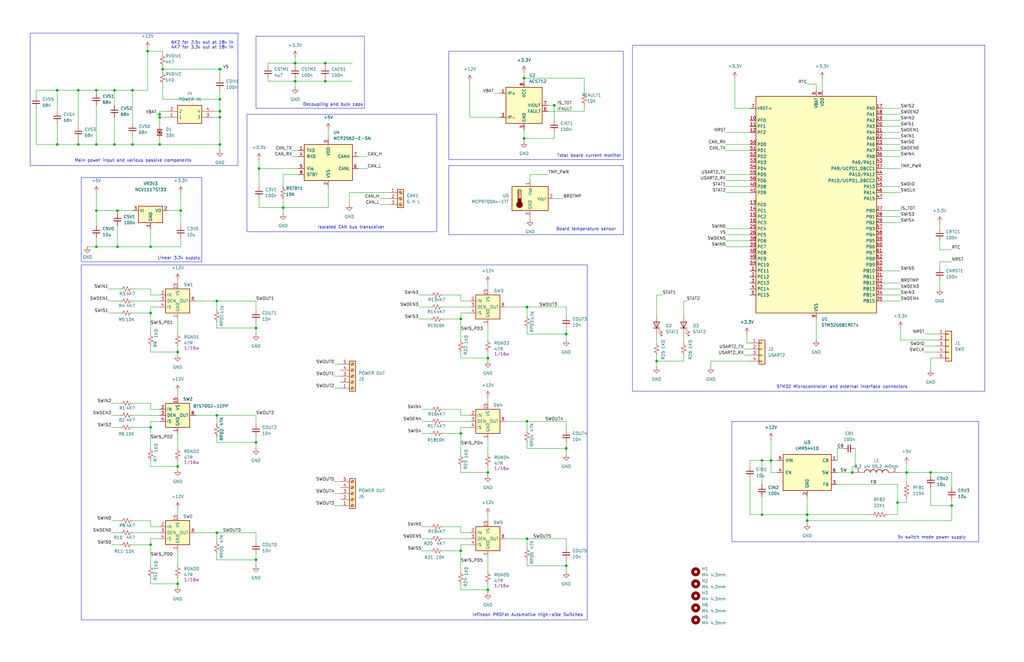
<source format=kicad_sch>
(kicad_sch (version 20250114) (generator "eeschema") (generator_version "9.0")
  (paper "B")
  (title_block (title "Smart Six Way High Side Switch") (date "2026-01-21") (rev "001") (company "Gordon McLellan"))
  (rectangle (start 107.95 15.24) (end 153.67 45.72))
  (rectangle (start 189.23 69.85) (end 262.89 99.06))
  (rectangle (start 266.7 19.05) (end 415.29 165.1))
  (rectangle (start 34.29 74.93) (end 85.09 110.49))
  (rectangle (start 308.61 177.8) (end 412.75 228.6))
  (rectangle (start 104.14 48.26) (end 184.15 97.79))
  (rectangle (start 12.7 13.97) (end 100.33 69.85))
  (rectangle (start 189.23 21.59) (end 262.89 67.31))
  (rectangle (start 34.29 111.76) (end 247.65 261.62))
  (text "Isolated CAN bus transceiver" (at 148.082 96.012 0) (effects (font (size 1.27 1.27))))
  (text "6K2 for 2.5v out at 18v in\n4K7 for 3.3v out at 18v in" (at 72.136 19.05 0) (effects (font (size 1.27 1.27)) (justify left)))
  (text "Total board current monitor" (at 248.412 65.786 0) (effects (font (size 1.27 1.27))))
  (text "Linear 3.3v supply" (at 75.438 108.966 0) (effects (font (size 1.27 1.27))))
  (text "Main power input and various passive components" (at 56.134 67.818 0) (effects (font (size 1.27 1.27))))
  (text "STM32 Microcontroller and external interface connectors" (at 355.092 163.322 0) (effects (font (size 1.27 1.27))))
  (text "Infineon PROFet Automotive High-side Switches" (at 222.504 259.588 0) (effects (font (size 1.27 1.27))))
  (text "Decoupling and bulk caps" (at 140.462 44.196 0) (effects (font (size 1.27 1.27))))
  (text "5v switch mode power supply" (at 392.938 226.822 0) (effects (font (size 1.27 1.27))))
  (text "Board temperature sensor" (at 247.142 96.774 0) (effects (font (size 1.27 1.27))))
  (junction (at 92.71 41.91))
  (junction (at 40.64 60.96))
  (junction (at 63.5 229.87))
  (junction (at 33.02 60.96))
  (junction (at 205.74 151.13))
  (junction (at 109.22 71.12))
  (junction (at 222.25 177.8))
  (junction (at 55.88 60.96))
  (junction (at 62.23 21.59))
  (junction (at 340.36 219.71))
  (junction (at 359.41 199.39))
  (junction (at 401.32 213.36))
  (junction (at 91.44 127))
  (junction (at 91.44 175.26))
  (junction (at 67.31 48.26))
  (junction (at 24.13 38.1))
  (junction (at 124.46 26.67))
  (junction (at 194.31 182.88))
  (junction (at 55.88 38.1))
  (junction (at 137.16 34.29))
  (junction (at 137.16 26.67))
  (junction (at 92.71 29.21))
  (junction (at 382.27 199.39))
  (junction (at 233.68 44.45))
  (junction (at 276.86 152.4))
  (junction (at 340.36 217.17))
  (junction (at 40.64 104.14))
  (junction (at 48.26 60.96))
  (junction (at 91.44 224.79))
  (junction (at 124.46 34.29))
  (junction (at 392.43 199.39))
  (junction (at 92.71 60.96))
  (junction (at 238.76 189.23))
  (junction (at 40.64 88.9))
  (junction (at 63.5 180.34))
  (junction (at 194.31 232.41))
  (junction (at 107.95 138.43))
  (junction (at 33.02 38.1))
  (junction (at 205.74 199.39))
  (junction (at 63.5 132.08))
  (junction (at 321.31 194.31))
  (junction (at 238.76 238.76))
  (junction (at 107.95 236.22))
  (junction (at 48.26 38.1))
  (junction (at 40.64 38.1))
  (junction (at 74.93 148.59))
  (junction (at 194.31 134.62))
  (junction (at 92.71 49.53))
  (junction (at 49.53 88.9))
  (junction (at 74.93 196.85))
  (junction (at 24.13 60.96))
  (junction (at 67.31 49.53))
  (junction (at 205.74 248.92))
  (junction (at 222.25 227.33))
  (junction (at 119.38 87.63))
  (junction (at 49.53 104.14))
  (junction (at 92.71 46.99))
  (junction (at 321.31 217.17))
  (junction (at 238.76 140.97))
  (junction (at 220.98 58.42))
  (junction (at 67.31 60.96))
  (junction (at 107.95 186.69))
  (junction (at 325.12 194.31))
  (junction (at 68.58 29.21))
  (junction (at 220.98 33.02))
  (junction (at 222.25 129.54))
  (junction (at 74.93 246.38))
  (junction (at 378.46 212.09))
  (junction (at 63.5 104.14))
  (junction (at 76.2 88.9))
  (wire (pts (xy 68.58 22.86) (xy 68.58 21.59)))
  (wire (pts (xy 344.17 134.62) (xy 344.17 143.51)))
  (wire (pts (xy 222.25 140.97) (xy 238.76 140.97)))
  (wire (pts (xy 63.5 132.08) (xy 63.5 129.54)))
  (wire (pts (xy 55.88 38.1) (xy 55.88 52.07)))
  (wire (pts (xy 327.66 199.39) (xy 325.12 199.39)))
  (wire (pts (xy 222.25 138.43) (xy 222.25 140.97)))
  (wire (pts (xy 147.32 81.28) (xy 147.32 86.36)))
  (wire (pts (xy 63.5 132.08) (xy 63.5 140.97)))
  (wire (pts (xy 220.98 33.02) (xy 246.38 33.02)))
  (wire (pts (xy 124.46 34.29) (xy 137.16 34.29)))
  (wire (pts (xy 222.25 227.33) (xy 238.76 227.33)))
  (wire (pts (xy 372.11 78.74) (xy 379.73 78.74)))
  (wire (pts (xy 288.29 127) (xy 289.56 127)))
  (wire (pts (xy 205.74 185.42) (xy 205.74 191.77)))
  (wire (pts (xy 90.17 49.53) (xy 92.71 49.53)))
  (wire (pts (xy 372.11 93.98) (xy 379.73 93.98)))
  (wire (pts (xy 194.31 232.41) (xy 194.31 241.3)))
  (wire (pts (xy 401.32 213.36) (xy 392.43 213.36)))
  (wire (pts (xy 306.07 76.2) (xy 316.23 76.2)))
  (wire (pts (xy 76.2 88.9) (xy 76.2 95.25)))
  (wire (pts (xy 33.02 38.1) (xy 33.02 53.34)))
  (wire (pts (xy 137.16 26.67) (xy 137.16 27.94)))
  (wire (pts (xy 238.76 129.54) (xy 238.76 133.35)))
  (wire (pts (xy 198.12 49.53) (xy 198.12 34.29)))
  (wire (pts (xy 306.07 101.6) (xy 316.23 101.6)))
  (wire (pts (xy 177.8 182.88) (xy 181.61 182.88)))
  (wire (pts (xy 45.72 132.08) (xy 50.8 132.08)))
  (wire (pts (xy 306.07 55.88) (xy 316.23 55.88)))
  (wire (pts (xy 372.11 121.92) (xy 379.73 121.92)))
  (wire (pts (xy 107.95 233.68) (xy 107.95 236.22)))
  (wire (pts (xy 313.69 149.86) (xy 316.23 149.86)))
  (wire (pts (xy 186.69 227.33) (xy 198.12 227.33)))
  (wire (pts (xy 340.36 209.55) (xy 340.36 217.17)))
  (wire (pts (xy 24.13 38.1) (xy 33.02 38.1)))
  (wire (pts (xy 46.99 224.79) (xy 50.8 224.79)))
  (wire (pts (xy 109.22 87.63) (xy 119.38 87.63)))
  (wire (pts (xy 233.68 83.82) (xy 237.49 83.82)))
  (wire (pts (xy 372.11 119.38) (xy 379.73 119.38)))
  (wire (pts (xy 91.44 236.22) (xy 107.95 236.22)))
  (wire (pts (xy 15.24 45.72) (xy 15.24 60.96)))
  (wire (pts (xy 205.74 196.85) (xy 205.74 199.39)))
  (wire (pts (xy 124.46 26.67) (xy 124.46 27.94)))
  (wire (pts (xy 306.07 78.74) (xy 316.23 78.74)))
  (wire (pts (xy 372.11 124.46) (xy 379.73 124.46)))
  (wire (pts (xy 389.89 146.05) (xy 394.97 146.05)))
  (wire (pts (xy 48.26 38.1) (xy 55.88 38.1)))
  (wire (pts (xy 231.14 44.45) (xy 233.68 44.45)))
  (wire (pts (xy 194.31 148.59) (xy 194.31 151.13)))
  (wire (pts (xy 220.98 54.61) (xy 220.98 58.42)))
  (wire (pts (xy 82.55 127) (xy 91.44 127)))
  (wire (pts (xy 68.58 27.94) (xy 68.58 29.21)))
  (wire (pts (xy 186.69 177.8) (xy 198.12 177.8)))
  (wire (pts (xy 186.69 129.54) (xy 198.12 129.54)))
  (wire (pts (xy 63.5 196.85) (xy 74.93 196.85)))
  (wire (pts (xy 321.31 217.17) (xy 316.23 217.17)))
  (wire (pts (xy 91.44 127) (xy 107.95 127)))
  (wire (pts (xy 123.19 63.5) (xy 125.73 63.5)))
  (wire (pts (xy 222.25 129.54) (xy 238.76 129.54)))
  (wire (pts (xy 67.31 49.53) (xy 67.31 53.34)))
  (wire (pts (xy 186.69 134.62) (xy 194.31 134.62)))
  (wire (pts (xy 372.11 53.34) (xy 379.73 53.34)))
  (wire (pts (xy 379.73 143.51) (xy 379.73 138.43)))
  (wire (pts (xy 186.69 172.72) (xy 194.31 172.72)))
  (wire (pts (xy 74.93 165.1) (xy 74.93 167.64)))
  (wire (pts (xy 372.11 81.28) (xy 379.73 81.28)))
  (wire (pts (xy 46.99 219.71) (xy 50.8 219.71)))
  (wire (pts (xy 63.5 146.05) (xy 63.5 148.59)))
  (wire (pts (xy 113.03 34.29) (xy 124.46 34.29)))
  (wire (pts (xy 69.85 49.53) (xy 67.31 49.53)))
  (wire (pts (xy 36.83 104.14) (xy 40.64 104.14)))
  (wire (pts (xy 276.86 149.86) (xy 276.86 152.4)))
  (wire (pts (xy 74.93 194.31) (xy 74.93 196.85)))
  (wire (pts (xy 55.88 127) (xy 67.31 127)))
  (wire (pts (xy 394.97 143.51) (xy 379.73 143.51)))
  (wire (pts (xy 160.02 83.82) (xy 163.83 83.82)))
  (wire (pts (xy 353.06 199.39) (xy 359.41 199.39)))
  (wire (pts (xy 55.88 180.34) (xy 63.5 180.34)))
  (wire (pts (xy 238.76 238.76) (xy 238.76 241.3)))
  (wire (pts (xy 306.07 73.66) (xy 316.23 73.66)))
  (wire (pts (xy 49.53 95.25) (xy 49.53 104.14)))
  (wire (pts (xy 238.76 227.33) (xy 238.76 231.14)))
  (wire (pts (xy 186.69 124.46) (xy 194.31 124.46)))
  (wire (pts (xy 389.89 140.97) (xy 394.97 140.97)))
  (wire (pts (xy 306.07 99.06) (xy 316.23 99.06)))
  (wire (pts (xy 140.97 208.28) (xy 143.51 208.28)))
  (wire (pts (xy 194.31 248.92) (xy 205.74 248.92)))
  (wire (pts (xy 55.88 175.26) (xy 67.31 175.26)))
  (wire (pts (xy 392.43 199.39) (xy 401.32 199.39)))
  (wire (pts (xy 138.43 87.63) (xy 138.43 78.74)))
  (wire (pts (xy 233.68 55.88) (xy 233.68 58.42)))
  (wire (pts (xy 63.5 222.25) (xy 67.31 222.25)))
  (wire (pts (xy 205.74 167.64) (xy 205.74 170.18)))
  (wire (pts (xy 68.58 29.21) (xy 92.71 29.21)))
  (wire (pts (xy 325.12 185.42) (xy 325.12 194.31)))
  (wire (pts (xy 107.95 186.69) (xy 107.95 189.23)))
  (wire (pts (xy 194.31 127) (xy 198.12 127)))
  (wire (pts (xy 186.69 182.88) (xy 194.31 182.88)))
  (wire (pts (xy 109.22 67.31) (xy 109.22 71.12)))
  (wire (pts (xy 194.31 134.62) (xy 194.31 143.51)))
  (wire (pts (xy 205.74 119.38) (xy 205.74 121.92)))
  (wire (pts (xy 213.36 227.33) (xy 222.25 227.33)))
  (wire (pts (xy 40.64 88.9) (xy 40.64 95.25)))
  (wire (pts (xy 140.97 153.67) (xy 143.51 153.67)))
  (wire (pts (xy 306.07 96.52) (xy 316.23 96.52)))
  (wire (pts (xy 109.22 71.12) (xy 125.73 71.12)))
  (wire (pts (xy 68.58 29.21) (xy 68.58 30.48)))
  (wire (pts (xy 205.74 151.13) (xy 205.74 152.4)))
  (wire (pts (xy 63.5 219.71) (xy 63.5 222.25)))
  (wire (pts (xy 316.23 194.31) (xy 316.23 196.85)))
  (wire (pts (xy 220.98 30.48) (xy 220.98 33.02)))
  (wire (pts (xy 124.46 26.67) (xy 137.16 26.67)))
  (wire (pts (xy 91.44 138.43) (xy 107.95 138.43)))
  (wire (pts (xy 246.38 46.99) (xy 246.38 44.45)))
  (wire (pts (xy 55.88 38.1) (xy 62.23 38.1)))
  (wire (pts (xy 55.88 219.71) (xy 63.5 219.71)))
  (wire (pts (xy 309.88 33.02) (xy 309.88 45.72)))
  (wire (pts (xy 379.73 199.39) (xy 382.27 199.39)))
  (wire (pts (xy 392.43 151.13) (xy 392.43 156.21)))
  (wire (pts (xy 67.31 60.96) (xy 92.71 60.96)))
  (wire (pts (xy 306.07 60.96) (xy 316.23 60.96)))
  (wire (pts (xy 213.36 129.54) (xy 222.25 129.54)))
  (wire (pts (xy 238.76 236.22) (xy 238.76 238.76)))
  (wire (pts (xy 76.2 88.9) (xy 76.2 81.28)))
  (wire (pts (xy 194.31 180.34) (xy 198.12 180.34)))
  (wire (pts (xy 213.36 177.8) (xy 222.25 177.8)))
  (wire (pts (xy 327.66 194.31) (xy 325.12 194.31)))
  (wire (pts (xy 194.31 229.87) (xy 198.12 229.87)))
  (wire (pts (xy 396.24 110.49) (xy 401.32 110.49)))
  (wire (pts (xy 177.8 227.33) (xy 181.61 227.33)))
  (wire (pts (xy 62.23 21.59) (xy 68.58 21.59)))
  (wire (pts (xy 238.76 140.97) (xy 238.76 143.51)))
  (wire (pts (xy 238.76 138.43) (xy 238.76 140.97)))
  (wire (pts (xy 63.5 96.52) (xy 63.5 104.14)))
  (wire (pts (xy 194.31 134.62) (xy 194.31 132.08)))
  (wire (pts (xy 74.93 146.05) (xy 74.93 148.59)))
  (wire (pts (xy 222.25 186.69) (xy 222.25 189.23)))
  (wire (pts (xy 233.68 44.45) (xy 234.95 44.45)))
  (wire (pts (xy 24.13 46.99) (xy 24.13 38.1)))
  (wire (pts (xy 74.93 243.84) (xy 74.93 246.38)))
  (wire (pts (xy 306.07 104.14) (xy 316.23 104.14)))
  (wire (pts (xy 276.86 133.35) (xy 276.86 124.46)))
  (wire (pts (xy 40.64 60.96) (xy 48.26 60.96)))
  (wire (pts (xy 63.5 246.38) (xy 74.93 246.38)))
  (wire (pts (xy 91.44 127) (xy 91.44 130.81)))
  (wire (pts (xy 299.72 152.4) (xy 299.72 154.94)))
  (wire (pts (xy 151.13 66.04) (xy 154.94 66.04)))
  (wire (pts (xy 372.11 71.12) (xy 379.73 71.12)))
  (wire (pts (xy 316.23 152.4) (xy 299.72 152.4)))
  (wire (pts (xy 15.24 60.96) (xy 24.13 60.96)))
  (wire (pts (xy 46.99 229.87) (xy 50.8 229.87)))
  (wire (pts (xy 222.25 236.22) (xy 222.25 238.76)))
  (wire (pts (xy 223.52 76.2) (xy 223.52 73.66)))
  (wire (pts (xy 222.25 227.33) (xy 222.25 231.14)))
  (wire (pts (xy 71.12 88.9) (xy 76.2 88.9)))
  (wire (pts (xy 222.25 177.8) (xy 222.25 181.61)))
  (wire (pts (xy 194.31 222.25) (xy 194.31 224.79)))
  (wire (pts (xy 194.31 224.79) (xy 198.12 224.79)))
  (wire (pts (xy 401.32 213.36) (xy 401.32 210.82)))
  (wire (pts (xy 92.71 29.21) (xy 93.98 29.21)))
  (wire (pts (xy 74.93 196.85) (xy 74.93 198.12)))
  (wire (pts (xy 82.55 175.26) (xy 91.44 175.26)))
  (wire (pts (xy 109.22 83.82) (xy 109.22 87.63)))
  (wire (pts (xy 396.24 118.11) (xy 396.24 121.92)))
  (wire (pts (xy 55.88 170.18) (xy 63.5 170.18)))
  (wire (pts (xy 396.24 105.41) (xy 401.32 105.41)))
  (wire (pts (xy 107.95 224.79) (xy 107.95 228.6)))
  (wire (pts (xy 55.88 57.15) (xy 55.88 60.96)))
  (wire (pts (xy 109.22 71.12) (xy 109.22 78.74)))
  (wire (pts (xy 74.93 182.88) (xy 74.93 189.23)))
  (wire (pts (xy 220.98 33.02) (xy 220.98 34.29)))
  (wire (pts (xy 68.58 41.91) (xy 92.71 41.91)))
  (wire (pts (xy 396.24 93.98) (xy 396.24 96.52)))
  (wire (pts (xy 392.43 213.36) (xy 392.43 205.74)))
  (wire (pts (xy 194.31 196.85) (xy 194.31 199.39)))
  (wire (pts (xy 186.69 222.25) (xy 194.31 222.25)))
  (wire (pts (xy 205.74 199.39) (xy 205.74 200.66)))
  (wire (pts (xy 194.31 199.39) (xy 205.74 199.39)))
  (wire (pts (xy 222.25 238.76) (xy 238.76 238.76)))
  (wire (pts (xy 46.99 180.34) (xy 50.8 180.34)))
  (wire (pts (xy 372.11 48.26) (xy 379.73 48.26)))
  (wire (pts (xy 147.32 81.28) (xy 163.83 81.28)))
  (wire (pts (xy 177.8 172.72) (xy 181.61 172.72)))
  (wire (pts (xy 63.5 229.87) (xy 63.5 238.76)))
  (wire (pts (xy 353.06 189.23) (xy 355.6 189.23)))
  (wire (pts (xy 220.98 58.42) (xy 233.68 58.42)))
  (wire (pts (xy 91.44 186.69) (xy 107.95 186.69)))
  (wire (pts (xy 107.95 236.22) (xy 107.95 238.76)))
  (wire (pts (xy 378.46 212.09) (xy 382.27 212.09)))
  (wire (pts (xy 222.25 177.8) (xy 238.76 177.8)))
  (wire (pts (xy 276.86 124.46) (xy 279.4 124.46)))
  (wire (pts (xy 68.58 35.56) (xy 68.58 41.91)))
  (wire (pts (xy 113.03 26.67) (xy 124.46 26.67)))
  (wire (pts (xy 396.24 101.6) (xy 396.24 105.41)))
  (wire (pts (xy 220.98 58.42) (xy 220.98 59.69)))
  (wire (pts (xy 24.13 38.1) (xy 15.24 38.1)))
  (wire (pts (xy 353.06 204.47) (xy 378.46 204.47)))
  (wire (pts (xy 238.76 177.8) (xy 238.76 181.61)))
  (wire (pts (xy 198.12 49.53) (xy 210.82 49.53)))
  (wire (pts (xy 74.93 134.62) (xy 74.93 140.97)))
  (wire (pts (xy 137.16 26.67) (xy 148.59 26.67)))
  (wire (pts (xy 374.65 217.17) (xy 378.46 217.17)))
  (wire (pts (xy 82.55 224.79) (xy 91.44 224.79)))
  (wire (pts (xy 63.5 229.87) (xy 63.5 227.33)))
  (wire (pts (xy 140.97 213.36) (xy 143.51 213.36)))
  (wire (pts (xy 194.31 151.13) (xy 205.74 151.13)))
  (wire (pts (xy 140.97 163.83) (xy 143.51 163.83)))
  (wire (pts (xy 91.44 135.89) (xy 91.44 138.43)))
  (wire (pts (xy 76.2 104.14) (xy 76.2 100.33)))
  (wire (pts (xy 119.38 87.63) (xy 119.38 83.82)))
  (wire (pts (xy 49.53 88.9) (xy 49.53 90.17)))
  (wire (pts (xy 306.07 63.5) (xy 316.23 63.5)))
  (wire (pts (xy 222.25 189.23) (xy 238.76 189.23)))
  (wire (pts (xy 382.27 212.09) (xy 382.27 210.82)))
  (wire (pts (xy 394.97 151.13) (xy 392.43 151.13)))
  (wire (pts (xy 63.5 148.59) (xy 74.93 148.59)))
  (wire (pts (xy 63.5 243.84) (xy 63.5 246.38)))
  (wire (pts (xy 91.44 175.26) (xy 91.44 179.07)))
  (wire (pts (xy 92.71 60.96) (xy 92.71 63.5)))
  (wire (pts (xy 288.29 133.35) (xy 288.29 127)))
  (wire (pts (xy 33.02 58.42) (xy 33.02 60.96)))
  (wire (pts (xy 160.02 86.36) (xy 163.83 86.36)))
  (wire (pts (xy 372.11 60.96) (xy 379.73 60.96)))
  (wire (pts (xy 313.69 147.32) (xy 316.23 147.32)))
  (wire (pts (xy 74.93 148.59) (xy 74.93 149.86)))
  (wire (pts (xy 151.13 71.12) (xy 154.94 71.12)))
  (wire (pts (xy 325.12 199.39) (xy 325.12 194.31)))
  (wire (pts (xy 177.8 177.8) (xy 181.61 177.8)))
  (wire (pts (xy 194.31 172.72) (xy 194.31 175.26)))
  (wire (pts (xy 372.11 66.04) (xy 379.73 66.04)))
  (wire (pts (xy 205.74 148.59) (xy 205.74 151.13)))
  (wire (pts (xy 63.5 172.72) (xy 67.31 172.72)))
  (wire (pts (xy 340.36 219.71) (xy 401.32 219.71)))
  (wire (pts (xy 359.41 196.85) (xy 359.41 199.39)))
  (wire (pts (xy 176.53 134.62) (xy 181.61 134.62)))
  (wire (pts (xy 107.95 184.15) (xy 107.95 186.69)))
  (wire (pts (xy 40.64 44.45) (xy 40.64 60.96)))
  (wire (pts (xy 378.46 217.17) (xy 378.46 212.09)))
  (wire (pts (xy 177.8 222.25) (xy 181.61 222.25)))
  (wire (pts (xy 91.44 224.79) (xy 91.44 228.6)))
  (wire (pts (xy 276.86 152.4) (xy 288.29 152.4)))
  (wire (pts (xy 205.74 246.38) (xy 205.74 248.92)))
  (wire (pts (xy 124.46 34.29) (xy 124.46 36.83)))
  (wire (pts (xy 378.46 204.47) (xy 378.46 212.09)))
  (wire (pts (xy 176.53 124.46) (xy 181.61 124.46)))
  (wire (pts (xy 63.5 121.92) (xy 63.5 124.46)))
  (wire (pts (xy 321.31 204.47) (xy 321.31 194.31)))
  (wire (pts (xy 45.72 121.92) (xy 50.8 121.92)))
  (wire (pts (xy 346.71 33.02) (xy 346.71 38.1)))
  (wire (pts (xy 360.68 196.85) (xy 359.41 196.85)))
  (wire (pts (xy 107.95 127) (xy 107.95 130.81)))
  (wire (pts (xy 205.74 248.92) (xy 205.74 250.19)))
  (wire (pts (xy 63.5 129.54) (xy 67.31 129.54)))
  (wire (pts (xy 107.95 175.26) (xy 107.95 179.07)))
  (wire (pts (xy 194.31 246.38) (xy 194.31 248.92)))
  (wire (pts (xy 24.13 60.96) (xy 33.02 60.96)))
  (wire (pts (xy 55.88 229.87) (xy 63.5 229.87)))
  (wire (pts (xy 372.11 114.3) (xy 379.73 114.3)))
  (wire (pts (xy 372.11 91.44) (xy 379.73 91.44)))
  (wire (pts (xy 33.02 38.1) (xy 40.64 38.1)))
  (wire (pts (xy 91.44 184.15) (xy 91.44 186.69)))
  (wire (pts (xy 55.88 121.92) (xy 63.5 121.92)))
  (wire (pts (xy 186.69 232.41) (xy 194.31 232.41)))
  (wire (pts (xy 177.8 232.41) (xy 181.61 232.41)))
  (wire (pts (xy 372.11 55.88) (xy 379.73 55.88)))
  (wire (pts (xy 223.52 73.66) (xy 231.14 73.66)))
  (wire (pts (xy 40.64 88.9) (xy 49.53 88.9)))
  (wire (pts (xy 137.16 34.29) (xy 148.59 34.29)))
  (wire (pts (xy 194.31 182.88) (xy 194.31 191.77)))
  (wire (pts (xy 194.31 175.26) (xy 198.12 175.26)))
  (wire (pts (xy 372.11 58.42) (xy 379.73 58.42)))
  (wire (pts (xy 49.53 104.14) (xy 63.5 104.14)))
  (wire (pts (xy 194.31 132.08) (xy 198.12 132.08)))
  (wire (pts (xy 223.52 91.44) (xy 223.52 92.71)))
  (wire (pts (xy 33.02 60.96) (xy 40.64 60.96)))
  (wire (pts (xy 233.68 44.45) (xy 233.68 50.8)))
  (wire (pts (xy 321.31 209.55) (xy 321.31 217.17)))
  (wire (pts (xy 288.29 152.4) (xy 288.29 149.86)))
  (wire (pts (xy 246.38 33.02) (xy 246.38 39.37)))
  (wire (pts (xy 119.38 73.66) (xy 119.38 78.74)))
  (wire (pts (xy 340.36 219.71) (xy 340.36 220.98)))
  (wire (pts (xy 92.71 46.99) (xy 90.17 46.99)))
  (wire (pts (xy 63.5 180.34) (xy 63.5 189.23)))
  (wire (pts (xy 63.5 170.18) (xy 63.5 172.72)))
  (wire (pts (xy 48.26 60.96) (xy 55.88 60.96)))
  (wire (pts (xy 340.36 217.17) (xy 321.31 217.17)))
  (wire (pts (xy 40.64 81.28) (xy 40.64 88.9)))
  (wire (pts (xy 205.74 234.95) (xy 205.74 241.3)))
  (wire (pts (xy 372.11 127) (xy 379.73 127)))
  (wire (pts (xy 92.71 41.91) (xy 92.71 46.99)))
  (wire (pts (xy 24.13 60.96) (xy 24.13 52.07)))
  (wire (pts (xy 316.23 217.17) (xy 316.23 201.93)))
  (wire (pts (xy 113.03 27.94) (xy 113.03 26.67)))
  (wire (pts (xy 62.23 20.32) (xy 62.23 21.59)))
  (wire (pts (xy 316.23 194.31) (xy 321.31 194.31)))
  (wire (pts (xy 67.31 58.42) (xy 67.31 60.96)))
  (wire (pts (xy 316.23 144.78) (xy 314.96 144.78)))
  (wire (pts (xy 55.88 224.79) (xy 67.31 224.79)))
  (wire (pts (xy 40.64 104.14) (xy 49.53 104.14)))
  (wire (pts (xy 74.93 246.38) (xy 74.93 247.65)))
  (wire (pts (xy 208.28 39.37) (xy 210.82 39.37)))
  (wire (pts (xy 321.31 194.31) (xy 325.12 194.31)))
  (wire (pts (xy 382.27 199.39) (xy 382.27 203.2)))
  (wire (pts (xy 55.88 132.08) (xy 63.5 132.08)))
  (wire (pts (xy 63.5 227.33) (xy 67.31 227.33)))
  (wire (pts (xy 401.32 219.71) (xy 401.32 213.36)))
  (wire (pts (xy 360.68 189.23) (xy 360.68 196.85)))
  (wire (pts (xy 396.24 110.49) (xy 396.24 113.03)))
  (wire (pts (xy 107.95 135.89) (xy 107.95 138.43)))
  (wire (pts (xy 63.5 180.34) (xy 63.5 177.8)))
  (wire (pts (xy 92.71 49.53) (xy 92.71 60.96)))
  (wire (pts (xy 15.24 38.1) (xy 15.24 40.64)))
  (wire (pts (xy 63.5 104.14) (xy 76.2 104.14)))
  (wire (pts (xy 123.19 66.04) (xy 125.73 66.04)))
  (wire (pts (xy 314.96 140.97) (xy 314.96 144.78)))
  (wire (pts (xy 55.88 60.96) (xy 67.31 60.96)))
  (wire (pts (xy 238.76 189.23) (xy 238.76 191.77)))
  (wire (pts (xy 91.44 224.79) (xy 107.95 224.79)))
  (wire (pts (xy 401.32 199.39) (xy 401.32 205.74)))
  (wire (pts (xy 91.44 175.26) (xy 107.95 175.26)))
  (wire (pts (xy 40.64 38.1) (xy 48.26 38.1)))
  (wire (pts (xy 74.93 118.11) (xy 74.93 119.38)))
  (wire (pts (xy 372.11 45.72) (xy 379.73 45.72)))
  (wire (pts (xy 205.74 217.17) (xy 205.74 219.71)))
  (wire (pts (xy 382.27 199.39) (xy 392.43 199.39)))
  (wire (pts (xy 125.73 73.66) (xy 119.38 73.66)))
  (wire (pts (xy 276.86 152.4) (xy 276.86 154.94)))
  (wire (pts (xy 48.26 49.53) (xy 48.26 60.96)))
  (wire (pts (xy 46.99 170.18) (xy 50.8 170.18)))
  (wire (pts (xy 205.74 137.16) (xy 205.74 143.51)))
  (wire (pts (xy 372.11 50.8) (xy 379.73 50.8)))
  (wire (pts (xy 276.86 140.97) (xy 276.86 144.78)))
  (wire (pts (xy 124.46 33.02) (xy 124.46 34.29)))
  (wire (pts (xy 392.43 199.39) (xy 392.43 200.66)))
  (wire (pts (xy 372.11 63.5) (xy 379.73 63.5)))
  (wire (pts (xy 67.31 46.99) (xy 67.31 48.26)))
  (wire (pts (xy 45.72 127) (xy 50.8 127)))
  (wire (pts (xy 46.99 175.26) (xy 50.8 175.26)))
  (wire (pts (xy 92.71 38.1) (xy 92.71 41.91)))
  (wire (pts (xy 194.31 124.46) (xy 194.31 127)))
  (wire (pts (xy 91.44 233.68) (xy 91.44 236.22)))
  (wire (pts (xy 48.26 38.1) (xy 48.26 44.45)))
  (wire (pts (xy 113.03 33.02) (xy 113.03 34.29)))
  (wire (pts (xy 66.04 48.26) (xy 67.31 48.26)))
  (wire (pts (xy 74.93 214.63) (xy 74.93 217.17)))
  (wire (pts (xy 306.07 81.28) (xy 316.23 81.28)))
  (wire (pts (xy 340.36 217.17) (xy 367.03 217.17)))
  (wire (pts (xy 92.71 29.21) (xy 92.71 33.02)))
  (wire (pts (xy 340.36 35.56) (xy 344.17 35.56)))
  (wire (pts (xy 340.36 217.17) (xy 340.36 219.71)))
  (wire (pts (xy 137.16 34.29) (xy 137.16 33.02)))
  (wire (pts (xy 107.95 138.43) (xy 107.95 140.97)))
  (wire (pts (xy 74.93 232.41) (xy 74.93 238.76)))
  (wire (pts (xy 231.14 46.99) (xy 246.38 46.99)))
  (wire (pts (xy 124.46 24.13) (xy 124.46 26.67)))
  (wire (pts (xy 222.25 129.54) (xy 222.25 133.35)))
  (wire (pts (xy 138.43 54.61) (xy 138.43 58.42)))
  (wire (pts (xy 344.17 35.56) (xy 344.17 38.1)))
  (wire (pts (xy 372.11 88.9) (xy 379.73 88.9)))
  (wire (pts (xy 63.5 124.46) (xy 67.31 124.46)))
  (wire (pts (xy 288.29 140.97) (xy 288.29 144.78)))
  (wire (pts (xy 49.53 88.9) (xy 55.88 88.9)))
  (wire (pts (xy 353.06 194.31) (xy 353.06 189.23)))
  (wire (pts (xy 194.31 182.88) (xy 194.31 180.34)))
  (wire (pts (xy 140.97 158.75) (xy 143.51 158.75)))
  (wire (pts (xy 389.89 148.59) (xy 394.97 148.59)))
  (wire (pts (xy 63.5 194.31) (xy 63.5 196.85)))
  (wire (pts (xy 40.64 100.33) (xy 40.64 104.14)))
  (wire (pts (xy 119.38 87.63) (xy 119.38 90.17)))
  (wire (pts (xy 194.31 232.41) (xy 194.31 229.87)))
  (wire (pts (xy 316.23 45.72) (xy 309.88 45.72)))
  (wire (pts (xy 238.76 186.69) (xy 238.76 189.23)))
  (wire (pts (xy 40.64 38.1) (xy 40.64 39.37)))
  (wire (pts (xy 69.85 46.99) (xy 67.31 46.99)))
  (wire (pts (xy 67.31 49.53) (xy 67.31 48.26)))
  (wire (pts (xy 62.23 21.59) (xy 62.23 38.1)))
  (wire (pts (xy 63.5 177.8) (xy 67.31 177.8)))
  (wire (pts (xy 140.97 203.2) (xy 143.51 203.2)))
  (wire (pts (xy 92.71 46.99) (xy 92.71 49.53)))
  (wire (pts (xy 176.53 129.54) (xy 181.61 129.54)))
  (wire (pts (xy 382.27 195.58) (xy 382.27 199.39)))
  (wire (pts (xy 119.38 87.63) (xy 138.43 87.63)))
  (label "CAN_RX" (at 306.07 60.96 180))
  (label "CB" (at 353.06 189.23 0))
  (label "SWIS3" (at 176.53 134.62 180))
  (label "VS" (at 93.98 29.21 0))
  (label "SWIS0" (at 46.99 229.87 180))
  (label "SWOUT5" (at 224.79 227.33 0))
  (label "STAT1" (at 306.07 78.74 180))
  (label "SWIS_PD3" (at 194.31 139.7 0))
  (label "SWOUT3" (at 140.97 213.36 180))
  (label "SWDEN0" (at 46.99 224.79 180))
  (label "NRST" (at 389.89 140.97 180))
  (label "SWIN0" (at 46.99 219.71 180))
  (label "SWIN2" (at 46.99 170.18 180))
  (label "SWDEN2" (at 379.73 48.26 0))
  (label "SWOUT4" (at 229.87 177.8 0))
  (label "SWCLK" (at 379.73 81.28 0))
  (label "IS_TOT" (at 234.95 44.45 0))
  (label "SWIN4" (at 379.73 66.04 0))
  (label "SWIS_PD5" (at 194.31 237.49 0))
  (label "SWIS4" (at 379.73 93.98 0))
  (label "SWOUT1" (at 107.95 127 0))
  (label "SWIN5" (at 177.8 222.25 180))
  (label "SWIS5" (at 379.73 114.3 0))
  (label "BRDTMP" (at 237.49 83.82 0))
  (label "SWIN3" (at 379.73 124.46 0))
  (label "SWIS5" (at 177.8 232.41 180))
  (label "CAN_RX" (at 123.19 66.04 180))
  (label "SWIN1" (at 379.73 58.42 0))
  (label "USART2_RX" (at 306.07 76.2 180))
  (label "SWIN4" (at 177.8 172.72 180))
  (label "SWIS3" (at 379.73 91.44 0))
  (label "SWIS_PD2" (at 63.5 185.42 0))
  (label "SWDEN3" (at 379.73 121.92 0))
  (label "SWDIO" (at 389.89 146.05 180))
  (label "CAN_H" (at 154.94 66.04 0))
  (label "SWIN1" (at 45.72 121.92 180))
  (label "USART2_RX" (at 313.69 149.86 180))
  (label "CAN_H" (at 160.02 83.82 180))
  (label "SWOUT3" (at 227.33 129.54 0))
  (label "SWIN0" (at 306.07 96.52 180))
  (label "SWDEN0" (at 379.73 63.5 0))
  (label "SWDEN4" (at 379.73 127 0))
  (label "VBAT" (at 208.28 39.37 180))
  (label "SWDEN3" (at 176.53 129.54 180))
  (label "IFAULT" (at 234.95 46.99 0))
  (label "SWOUT2" (at 107.95 175.26 0))
  (label "STAT1" (at 279.4 124.46 0))
  (label "SWDEN1" (at 45.72 127 180))
  (label "SWOUT0" (at 93.98 224.79 0))
  (label "TMP_PWR" (at 379.73 71.12 0))
  (label "TMP_PWR" (at 231.14 73.66 0))
  (label "SWIS1" (at 379.73 53.34 0))
  (label "USART2_TX" (at 313.69 147.32 180))
  (label "SWDEN5" (at 306.07 101.6 180))
  (label "NRST" (at 401.32 110.49 0))
  (label "STAT2" (at 289.56 127 0))
  (label "SWOUT4" (at 140.97 208.28 180))
  (label "SWDIO" (at 379.73 78.74 0))
  (label "CAN_L" (at 160.02 86.36 180))
  (label "SWIS_PD4" (at 194.31 187.96 0))
  (label "SWIS4" (at 177.8 182.88 180))
  (label "STAT2" (at 306.07 81.28 180))
  (label "SWIN2" (at 379.73 50.8 0))
  (label "CAN_L" (at 154.94 71.12 0))
  (label "SWDEN2" (at 46.99 175.26 180))
  (label "USART2_TX" (at 306.07 73.66 180))
  (label "RTC" (at 340.36 35.56 180))
  (label "SW" (at 354.33 199.39 0))
  (label "SWCLK" (at 389.89 148.59 180))
  (label "SWOUT5" (at 140.97 203.2 180))
  (label "VS" (at 306.07 99.06 180))
  (label "IS_TOT" (at 379.73 88.9 0))
  (label "SWIS_PD1" (at 63.5 137.16 0))
  (label "SWOUT1" (at 140.97 158.75 180))
  (label "FB" (at 367.03 204.47 0))
  (label "SWIS2" (at 46.99 180.34 180))
  (label "NRST" (at 306.07 55.88 180))
  (label "SWIN3" (at 176.53 124.46 180))
  (label "SWIN5" (at 306.07 104.14 180))
  (label "SWOUT2" (at 140.97 163.83 180))
  (label "SWIS2" (at 379.73 45.72 0))
  (label "CAN_TX" (at 123.19 63.5 180))
  (label "VBAT" (at 66.04 48.26 180))
  (label "CAN_TX" (at 306.07 63.5 180))
  (label "SWIS_PD0" (at 63.5 234.95 0))
  (label "SWDEN4" (at 177.8 177.8 180))
  (label "SWIS0" (at 379.73 60.96 0))
  (label "SWDEN5" (at 177.8 227.33 180))
  (label "RTC" (at 401.32 105.41 0))
  (label "SWDEN1" (at 379.73 55.88 0))
  (label "BRDTMP" (at 379.73 119.38 0))
  (label "SWOUT0" (at 140.97 153.67 180))
  (label "SWIS1" (at 45.72 132.08 180))
  (symbol (lib_id "Device:C_Small") (at 137.16 30.48 0) (unit 1)
    (property "Reference" "CACS1" (at 139.7 29.2162 0) (effects (justify left)))
    (property "Value" "100n" (at 139.7 31.7562 0) (effects (justify left)))
    (property "Footprint" "Capacitor_SMD:C_0603_1608Metric_Pad1.08x0.95mm_HandSolder" (effects (hide yes)))
    (property "Description" "Unpolarized capacitor, small symbol" (effects (hide yes)))
  )
  (symbol (lib_id "Device:C_Small") (at 55.88 54.61 0) (unit 1)
    (property "Reference" "CVS0" (at 58.42 53.3462 0) (effects (justify left)))
    (property "Value" "68n" (at 58.42 55.8862 0) (effects (justify left)))
    (property "Footprint" "Capacitor_SMD:C_0603_1608Metric_Pad1.08x0.95mm_HandSolder" (effects (hide yes)))
    (property "Description" "Unpolarized capacitor, small symbol" (effects (hide yes)))
  )
  (symbol (lib_id "power:+5V") (at 40.64 81.28 0) (unit 1)
    (property "Reference" "#PWR012" (effects (hide yes)))
    (property "Value" "+5V" (at 40.64 76.2 0))
    (property "Description" "Power symbol creates a global label with name \"+5V\"" (effects (hide yes)))
  )
  (symbol (lib_id "Device:R_Small_US") (at 53.34 224.79 90) (unit 1)
    (property "Reference" "R10" (at 49.784 226.822 90))
    (property "Value" "4K7" (at 55.118 226.822 90))
    (property "Footprint" "Resistor_SMD:R_0603_1608Metric_Pad0.98x0.95mm_HandSolder" (effects (hide yes)))
    (property "Description" "Resistor, small US symbol" (effects (hide yes)))
  )
  (symbol (lib_id "power:GND") (at 276.86 154.94 0) (unit 1)
    (property "Reference" "#PWR041" (effects (hide yes)))
    (property "Value" "GND" (at 276.86 160.02 0))
    (property "Description" "Power symbol creates a global label with name \"GND\" , ground" (effects (hide yes)))
  )
  (symbol (lib_id "Device:R_Small_US") (at 205.74 243.84 0) (unit 1)
    (property "Reference" "RGND5" (at 208.28 242.5699 0) (effects (justify left)))
    (property "Value" "47R" (at 208.28 245.1099 0) (effects (justify left)))
    (property "Footprint" "Resistor_SMD:R_0603_1608Metric_Pad0.98x0.95mm_HandSolder" (effects (hide yes)))
    (property "Description" "Resistor, small US symbol" (effects (hide yes)))
    (property "Wattage" "1/16w" (at 211.582 247.142 0))
  )
  (symbol (lib_id "Device:R_Small_US") (at 288.29 147.32 180) (unit 1)
    (property "Reference" "R26" (at 291.084 149.86 90))
    (property "Value" "1K0" (at 291.084 145.288 90))
    (property "Footprint" "Resistor_SMD:R_0603_1608Metric_Pad0.98x0.95mm_HandSolder" (effects (hide yes)))
    (property "Description" "Resistor, small US symbol" (effects (hide yes)))
  )
  (symbol (lib_id "Power_Management:BTS7004-1EPP") (at 74.93 175.26 0) (unit 1)
    (property "Reference" "SW2" (at 79.248 168.402 0))
    (property "Value" "BTS7002-1EPP" (at 88.9 171.3798 0))
    (property "Footprint" "SamacSys_Parts:SOP65P600X115-15N" (effects (hide yes)))
    (property "Datasheet" "https://mm.digikey.com/Volume0/opasdata/d220001/medias/docus/743/BTS7002-1EPP_v1.03_4-29-19.pdf" (effects (hide yes)))
    (property "Description" "Smart High-Side Power Switch, PROFET, One Channel, 12V, 21A" (effects (hide yes)))
  )
  (symbol (lib_id "Device:C_Small") (at 233.68 53.34 0) (unit 1)
    (property "Reference" "CIST1" (at 236.22 52.0762 0) (effects (justify left)))
    (property "Value" "100n" (at 236.22 54.6162 0) (effects (justify left)))
    (property "Footprint" "Capacitor_SMD:C_0603_1608Metric_Pad1.08x0.95mm_HandSolder" (effects (hide yes)))
    (property "Description" "Unpolarized capacitor, small symbol" (effects (hide yes)))
  )
  (symbol (lib_id "Device:C_Small") (at 15.24 43.18 0) (unit 1)
    (property "Reference" "CVS5" (at 17.78 41.9162 0) (effects (justify left)))
    (property "Value" "68n" (at 17.78 44.4562 0) (effects (justify left)))
    (property "Footprint" "Capacitor_SMD:C_0603_1608Metric_Pad1.08x0.95mm_HandSolder" (effects (hide yes)))
    (property "Description" "Unpolarized capacitor, small symbol" (effects (hide yes)))
  )
  (symbol (lib_id "Device:C_Small") (at 92.71 35.56 0) (unit 1)
    (property "Reference" "CDIV1" (at 95.25 34.2962 0) (effects (justify left)))
    (property "Value" "100n" (at 95.25 36.8362 0) (effects (justify left)))
    (property "Footprint" "Capacitor_SMD:C_0603_1608Metric_Pad1.08x0.95mm_HandSolder" (effects (hide yes)))
    (property "Description" "Unpolarized capacitor, small symbol" (effects (hide yes)))
  )
  (symbol (lib_id "power:GND") (at 107.95 140.97 0) (unit 1)
    (property "Reference" "#PWR07" (effects (hide yes)))
    (property "Value" "GND" (at 107.95 146.05 0))
    (property "Description" "Power symbol creates a global label with name \"GND\" , ground" (effects (hide yes)))
  )
  (symbol (lib_id "Power_Management:BTS7004-1EPP") (at 74.93 224.79 0) (unit 1)
    (property "Reference" "SW0" (at 79.248 217.932 0))
    (property "Value" "BTS7002-1EPP" (effects (hide yes)))
    (property "Footprint" "SamacSys_Parts:SOP65P600X115-15N" (effects (hide yes)))
    (property "Datasheet" "https://mm.digikey.com/Volume0/opasdata/d220001/medias/docus/743/BTS7002-1EPP_v1.03_4-29-19.pdf" (effects (hide yes)))
    (property "Description" "Smart High-Side Power Switch, PROFET, One Channel, 12V, 21A" (effects (hide yes)))
  )
  (symbol (lib_id "Device:LED") (at 276.86 137.16 90) (unit 1)
    (property "Reference" "D2" (at 280.67 137.4774 90) (effects (justify right)))
    (property "Value" "STAT1" (at 280.67 140.0174 90) (effects (justify right)))
    (property "Footprint" "LED_SMD:LED_0805_2012Metric_Pad1.15x1.40mm_HandSolder" (effects (hide yes)))
    (property "Description" "Light emitting diode" (effects (hide yes)))
    (property "Sim.Pins" "1=K 2=A" (effects (hide yes)))
  )
  (symbol (lib_id "Power_Management:BTS7004-1EPP") (at 74.93 127 0) (unit 1)
    (property "Reference" "SW1" (at 79.502 120.142 0))
    (property "Value" "BTS7002-1EPP" (effects (hide yes)))
    (property "Footprint" "SamacSys_Parts:SOP65P600X115-15N" (effects (hide yes)))
    (property "Datasheet" "https://mm.digikey.com/Volume0/opasdata/d220001/medias/docus/743/BTS7002-1EPP_v1.03_4-29-19.pdf" (effects (hide yes)))
    (property "Description" "Smart High-Side Power Switch, PROFET, One Channel, 12V, 21A" (effects (hide yes)))
  )
  (symbol (lib_id "Device:R_Small_US") (at 222.25 135.89 180) (unit 1)
    (property "Reference" "RPD3" (at 224.282 137.668 90))
    (property "Value" "47K" (at 224.536 133.096 90))
    (property "Footprint" "Resistor_SMD:R_0603_1608Metric_Pad0.98x0.95mm_HandSolder" (effects (hide yes)))
    (property "Description" "Resistor, small US symbol" (effects (hide yes)))
  )
  (symbol (lib_id "Device:R_Small_US") (at 194.31 243.84 180) (unit 1)
    (property "Reference" "R24" (at 196.342 245.618 90))
    (property "Value" "1K0" (at 196.596 241.046 90))
    (property "Footprint" "Resistor_SMD:R_0603_1608Metric_Pad0.98x0.95mm_HandSolder" (effects (hide yes)))
    (property "Description" "Resistor, small US symbol" (effects (hide yes)))
  )
  (symbol (lib_id "MCU_ST_STM32G0:STM32G0B1RCTx") (at 344.17 86.36 0) (unit 1)
    (property "Reference" "U1" (at 346.3133 134.62 0) (effects (justify left)))
    (property "Value" "STM32G0B1RCTx" (at 346.3133 137.16 0) (effects (justify left)))
    (property "Footprint" "Package_QFP:LQFP-64_10x10mm_P0.5mm" (effects (hide yes)))
    (property "Datasheet" "https://www.st.com/resource/en/datasheet/stm32g0b1rc.pdf" (effects (hide yes)))
    (property "Description" "STMicroelectronics Arm Cortex-M0+ MCU, 256KB flash, 144KB RAM, 64 MHz, 1.7-3.6V, 60 GPIO, LQFP64" (effects (hide yes)))
  )
  (symbol (lib_id "Device:R_Small_US") (at 184.15 232.41 90) (unit 1)
    (property "Reference" "R21" (at 180.848 235.204 90))
    (property "Value" "10K" (at 185.674 235.204 90))
    (property "Footprint" "Resistor_SMD:R_0603_1608Metric_Pad0.98x0.95mm_HandSolder" (effects (hide yes)))
    (property "Description" "Resistor, small US symbol" (effects (hide yes)))
  )
  (symbol (lib_id "power:GND") (at 74.93 247.65 0) (unit 1)
    (property "Reference" "#PWR022" (effects (hide yes)))
    (property "Value" "GND" (at 74.93 252.73 0))
    (property "Description" "Power symbol creates a global label with name \"GND\" , ground" (effects (hide yes)))
  )
  (symbol (lib_id "Power_Management:BTS7004-1EPP") (at 205.74 129.54 0) (unit 1)
    (property "Reference" "SW3" (at 210.312 122.682 0))
    (property "Value" "BTS7002-1EPP" (effects (hide yes)))
    (property "Footprint" "SamacSys_Parts:SOP65P600X115-15N" (effects (hide yes)))
    (property "Datasheet" "https://mm.digikey.com/Volume0/opasdata/d220001/medias/docus/743/BTS7002-1EPP_v1.03_4-29-19.pdf" (effects (hide yes)))
    (property "Description" "Smart High-Side Power Switch, PROFET, One Channel, 12V, 21A" (effects (hide yes)))
  )
  (symbol (lib_id "Device:R_Small_US") (at 74.93 191.77 0) (unit 1)
    (property "Reference" "RGND2" (at 77.47 190.4999 0) (effects (justify left)))
    (property "Value" "47R" (at 77.47 193.0399 0) (effects (justify left)))
    (property "Footprint" "Resistor_SMD:R_0603_1608Metric_Pad0.98x0.95mm_HandSolder" (effects (hide yes)))
    (property "Description" "Resistor, small US symbol" (effects (hide yes)))
    (property "Wattage" "1/16w" (at 80.772 195.072 0))
  )
  (symbol (lib_id "Device:R_Small_US") (at 184.15 182.88 90) (unit 1)
    (property "Reference" "R18" (at 182.118 185.674 90))
    (property "Value" "10K" (at 185.674 185.674 90))
    (property "Footprint" "Resistor_SMD:R_0603_1608Metric_Pad0.98x0.95mm_HandSolder" (effects (hide yes)))
    (property "Description" "Resistor, small US symbol" (effects (hide yes)))
  )
  (symbol (lib_id "power:GND") (at 396.24 121.92 0) (unit 1)
    (property "Reference" "#PWR020" (effects (hide yes)))
    (property "Value" "GND" (at 396.24 127 0))
    (property "Description" "Power symbol creates a global label with name \"GND\" , ground" (effects (hide yes)))
  )
  (symbol (lib_id "Device:C_Small") (at 76.2 97.79 0) (unit 1)
    (property "Reference" "C3V0" (at 78.74 96.5262 0) (effects (justify left)))
    (property "Value" "10u" (at 78.74 99.0662 0) (effects (justify left)))
    (property "Footprint" "Capacitor_SMD:C_0805_2012Metric_Pad1.18x1.45mm_HandSolder" (effects (hide yes)))
    (property "Description" "Unpolarized capacitor, small symbol" (effects (hide yes)))
  )
  (symbol (lib_id "Device:R_Small_US") (at 119.38 81.28 180) (unit 1)
    (property "Reference" "RSTBY1" (at 124.206 79.502 0))
    (property "Value" "10K" (at 122.428 82.042 0))
    (property "Footprint" "Resistor_SMD:R_0603_1608Metric_Pad0.98x0.95mm_HandSolder" (effects (hide yes)))
    (property "Description" "Resistor, small US symbol" (effects (hide yes)))
  )
  (symbol (lib_id "power:+3.3V") (at 379.73 138.43 0) (unit 1)
    (property "Reference" "#PWR017" (effects (hide yes)))
    (property "Value" "+3.3V" (at 379.73 133.35 0))
    (property "Description" "Power symbol creates a global label with name \"+3.3V\"" (effects (hide yes)))
  )
  (symbol (lib_id "power:GND") (at 36.83 104.14 0) (unit 1)
    (property "Reference" "#PWR014" (effects (hide yes)))
    (property "Value" "GND" (at 36.83 108.458 0))
    (property "Description" "Power symbol creates a global label with name \"GND\" , ground" (effects (hide yes)))
  )
  (symbol (lib_id "Device:R_Small_US") (at 53.34 219.71 90) (unit 1)
    (property "Reference" "R8" (at 51.562 221.742 90))
    (property "Value" "4K7" (at 55.118 221.742 90))
    (property "Footprint" "Resistor_SMD:R_0603_1608Metric_Pad0.98x0.95mm_HandSolder" (effects (hide yes)))
    (property "Description" "Resistor, small US symbol" (effects (hide yes)))
  )
  (symbol (lib_id "Device:R_Small_US") (at 68.58 25.4 180) (unit 1)
    (property "Reference" "RVDIV1" (at 73.152 23.622 0))
    (property "Value" "4K7" (at 71.628 26.162 0))
    (property "Footprint" "Resistor_SMD:R_0603_1608Metric_Pad0.98x0.95mm_HandSolder" (effects (hide yes)))
    (property "Description" "Resistor, small US symbol" (effects (hide yes)))
  )
  (symbol (lib_id "power:+3.3V") (at 220.98 30.48 0) (unit 1)
    (property "Reference" "#PWR036" (effects (hide yes)))
    (property "Value" "+3.3V" (at 220.98 25.4 0))
    (property "Description" "Power symbol creates a global label with name \"+3.3V\"" (effects (hide yes)))
  )
  (symbol (lib_id "Device:R_Small_US") (at 184.15 134.62 90) (unit 1)
    (property "Reference" "R15" (at 182.118 137.414 90))
    (property "Value" "10K" (at 185.674 137.414 90))
    (property "Footprint" "Resistor_SMD:R_0603_1608Metric_Pad0.98x0.95mm_HandSolder" (effects (hide yes)))
    (property "Description" "Resistor, small US symbol" (effects (hide yes)))
  )
  (symbol (lib_id "Device:C_Small") (at 40.64 97.79 0) (unit 1)
    (property "Reference" "C5V0" (at 43.18 96.5262 0) (effects (justify left)))
    (property "Value" "10u" (at 43.18 99.0662 0) (effects (justify left)))
    (property "Footprint" "Capacitor_SMD:C_0805_2012Metric_Pad1.18x1.45mm_HandSolder" (effects (hide yes)))
    (property "Description" "Unpolarized capacitor, small symbol" (effects (hide yes)))
  )
  (symbol (lib_id "power:+12V") (at 62.23 20.32 0) (unit 1)
    (property "Reference" "#PWR010" (effects (hide yes)))
    (property "Value" "+12V" (at 62.23 15.24 0))
    (property "Description" "Power symbol creates a global label with name \"+12V\"" (effects (hide yes)))
  )
  (symbol (lib_id "power:+3.3V") (at 76.2 81.28 0) (unit 1)
    (property "Reference" "#PWR013" (effects (hide yes)))
    (property "Value" "+3.3V" (at 76.2 76.2 0))
    (property "Description" "Power symbol creates a global label with name \"+3.3V\"" (effects (hide yes)))
  )
  (symbol (lib_id "Device:R_Small_US") (at 63.5 143.51 180) (unit 1)
    (property "Reference" "R9" (at 65.532 145.288 90))
    (property "Value" "1K0" (at 65.786 140.716 90))
    (property "Footprint" "Resistor_SMD:R_0603_1608Metric_Pad0.98x0.95mm_HandSolder" (effects (hide yes)))
    (property "Description" "Resistor, small US symbol" (effects (hide yes)))
  )
  (symbol (lib_id "Device:R_Small_US") (at 91.44 231.14 180) (unit 1)
    (property "Reference" "RPD0" (at 93.472 232.918 90))
    (property "Value" "47K" (at 93.472 227.33 90))
    (property "Footprint" "Resistor_SMD:R_0603_1608Metric_Pad0.98x0.95mm_HandSolder" (effects (hide yes)))
    (property "Description" "Resistor, small US symbol" (effects (hide yes)))
  )
  (symbol (lib_id "Device:C_Small") (at 358.14 189.23 90) (unit 1)
    (property "Reference" "CB1" (at 358.1463 182.88 90))
    (property "Value" "100n" (at 358.1463 185.42 90))
    (property "Footprint" "Capacitor_SMD:C_0603_1608Metric_Pad1.08x0.95mm_HandSolder" (effects (hide yes)))
    (property "Description" "Unpolarized capacitor, small symbol" (effects (hide yes)))
  )
  (symbol (lib_id "Device:C_Small") (at 316.23 199.39 0) (unit 1)
    (property "Reference" "CIN1" (at 318.77 198.1262 0) (effects (justify left)))
    (property "Value" "10u" (at 318.77 200.6662 0) (effects (justify left)))
    (property "Footprint" "Capacitor_SMD:C_1210_3225Metric_Pad1.33x2.70mm_HandSolder" (effects (hide yes)))
    (property "Description" "10uf / 50v" (effects (hide yes)))
  )
  (symbol (lib_id "Device:R_Small_US") (at 53.34 175.26 90) (unit 1)
    (property "Reference" "R2" (at 51.308 177.292 90))
    (property "Value" "4K7" (at 55.118 177.292 90))
    (property "Footprint" "Resistor_SMD:R_0603_1608Metric_Pad0.98x0.95mm_HandSolder" (effects (hide yes)))
    (property "Description" "Resistor, small US symbol" (effects (hide yes)))
  )
  (symbol (lib_id "Interface_CAN_LIN:MCP2562-E-SN") (at 138.43 68.58 0) (unit 1)
    (property "Reference" "U4" (at 140.5733 55.88 0) (effects (justify left)))
    (property "Value" "MCP2562-E-SN" (at 140.5733 58.42 0) (effects (justify left)))
    (property "Footprint" "Package_SO:SOIC-8_3.9x4.9mm_P1.27mm" (effects (hide yes)))
    (property "Datasheet" "http://ww1.microchip.com/downloads/en/DeviceDoc/25167A.pdf" (effects (hide yes)))
    (property "Description" "High-Speed CAN Transceiver, 1Mbps, 5V supply, Vio pin, -40C to +125C, SOIC-8" (effects (hide yes)))
  )
  (symbol (lib_id "power:GND") (at 238.76 143.51 0) (unit 1)
    (property "Reference" "#PWR031" (effects (hide yes)))
    (property "Value" "GND" (at 238.76 148.59 0))
    (property "Description" "Power symbol creates a global label with name \"GND\" , ground" (effects (hide yes)))
  )
  (symbol (lib_id "Device:C_Small") (at 33.02 55.88 0) (unit 1)
    (property "Reference" "CVS3" (at 35.56 54.6162 0) (effects (justify left)))
    (property "Value" "68n" (at 35.56 57.1562 0) (effects (justify left)))
    (property "Footprint" "Capacitor_SMD:C_0603_1608Metric_Pad1.08x0.95mm_HandSolder" (effects (hide yes)))
    (property "Description" "Unpolarized capacitor, small symbol" (effects (hide yes)))
  )
  (symbol (lib_id "power:GND") (at 392.43 156.21 0) (unit 1)
    (property "Reference" "#PWR08" (effects (hide yes)))
    (property "Value" "GND" (at 392.43 161.29 0))
    (property "Description" "Power symbol creates a global label with name \"GND\" , ground" (effects (hide yes)))
  )
  (symbol (lib_id "Device:R_Small_US") (at 194.31 146.05 180) (unit 1)
    (property "Reference" "R22" (at 196.342 147.828 90))
    (property "Value" "1K0" (at 196.596 143.256 90))
    (property "Footprint" "Resistor_SMD:R_0603_1608Metric_Pad0.98x0.95mm_HandSolder" (effects (hide yes)))
    (property "Description" "Resistor, small US symbol" (effects (hide yes)))
  )
  (symbol (lib_id "power:GND") (at 344.17 143.51 0) (unit 1)
    (property "Reference" "#PWR040" (effects (hide yes)))
    (property "Value" "GND" (at 344.17 148.59 0))
    (property "Description" "Power symbol creates a global label with name \"GND\" , ground" (effects (hide yes)))
  )
  (symbol (lib_id "Power_Management:BTS7004-1EPP") (at 205.74 227.33 0) (unit 1)
    (property "Reference" "SW5" (at 210.058 220.472 0))
    (property "Value" "BTS7002-1EPP" (effects (hide yes)))
    (property "Footprint" "SamacSys_Parts:SOP65P600X115-15N" (effects (hide yes)))
    (property "Datasheet" "https://mm.digikey.com/Volume0/opasdata/d220001/medias/docus/743/BTS7002-1EPP_v1.03_4-29-19.pdf" (effects (hide yes)))
    (property "Description" "Smart High-Side Power Switch, PROFET, One Channel, 12V, 21A" (effects (hide yes)))
  )
  (symbol (lib_id "Mechanical:MountingHole") (at 293.37 246.38 0) (unit 1) (in_bom no)
    (property "Reference" "H2" (at 295.91 245.1099 0) (effects (justify left)))
    (property "Value" "M4 4.3mm" (at 295.91 247.6499 0) (effects (justify left)))
    (property "Footprint" "MountingHole:MountingHole_4.3mm_M4" (effects (hide yes)))
    (property "Description" "Mounting Hole without connection" (effects (hide yes)))
  )
  (symbol (lib_id "Sensor_Temperature:MCP9700Ax-ETT") (at 223.52 83.82 0) (unit 1)
    (property "Reference" "U5" (at 214.63 82.5499 0) (effects (justify right)))
    (property "Value" "MCP9700Ax-ETT" (at 214.63 85.0899 0) (effects (justify right)))
    (property "Footprint" "Package_TO_SOT_SMD:SOT-23" (effects (hide yes)))
    (property "Datasheet" "http://ww1.microchip.com/downloads/en/devicedoc/20001942g.pdf" (effects (hide yes)))
    (property "Description" "Low power, analog thermistor temperature sensor, ±2C accuracy, -40C to +125C, in SOT-23-3" (effects (hide yes)))
  )
  (symbol (lib_id "power:GND") (at 205.74 152.4 0) (unit 1)
    (property "Reference" "#PWR026" (effects (hide yes)))
    (property "Value" "GND" (at 205.74 157.48 0))
    (property "Description" "Power symbol creates a global label with name \"GND\" , ground" (effects (hide yes)))
  )
  (symbol (lib_id "power:+12V") (at 74.93 165.1 0) (unit 1)
    (property "Reference" "#PWR02" (effects (hide yes)))
    (property "Value" "+12V" (at 74.93 160.02 0))
    (property "Description" "Power symbol creates a global label with name \"+12V\"" (effects (hide yes)))
  )
  (symbol (lib_id "power:GND") (at 107.95 189.23 0) (unit 1)
    (property "Reference" "#PWR05" (effects (hide yes)))
    (property "Value" "GND" (at 107.95 194.31 0))
    (property "Description" "Power symbol creates a global label with name \"GND\" , ground" (effects (hide yes)))
  )
  (symbol (lib_id "Connector:Screw_Terminal_01x03") (at 168.91 83.82 0) (unit 1)
    (property "Reference" "CAN1" (at 171.45 82.5499 0) (effects (justify left)))
    (property "Value" "G H L" (at 171.45 85.0899 0) (effects (justify left)))
    (property "Footprint" "TerminalBlock_Phoenix:TerminalBlock_Phoenix_MPT-0,5-3-2.54_1x03_P2.54mm_Horizontal" (effects (hide yes)))
    (property "Description" "Generic screw terminal, single row, 01x03, script generated (kicad-library-utils/schlib/autogen/connector/)" (effects (hide yes)))
  )
  (symbol (lib_id "Device:C_Small") (at 113.03 30.48 0) (unit 1)
    (property "Reference" "CSTM1" (at 115.57 29.2162 0) (effects (justify left)))
    (property "Value" "4u7" (at 115.57 31.7562 0) (effects (justify left)))
    (property "Footprint" "Capacitor_SMD:C_0805_2012Metric_Pad1.18x1.45mm_HandSolder" (effects (hide yes)))
    (property "Description" "Unpolarized capacitor, small symbol" (effects (hide yes)))
  )
  (symbol (lib_id "SamacSys_Parts:VP0265840000G") (at 69.85 46.99 0) (unit 1)
    (property "Reference" "J4" (at 80.01 39.37 0))
    (property "Value" "POWER IN" (at 80.01 41.91 0))
    (property "Footprint" "VP0265840000G" (effects (hide yes)))
    (property "Description" "PCB TERMINAL BLOCKS RISING CLAMP" (effects (hide yes)))
    (property "Height" "28.65" (effects (hide yes)))
    (property "Mouser Part Number" "649-VP02658400J0G" (effects (hide yes)))
    (property "Mouser Price/Stock" "https://www.mouser.co.uk/ProductDetail/Amphenol-Anytek/VP0265840000G?qs=Mv7BduZupUiuXKFvj82fng%3D%3D" (effects (hide yes)))
    (property "Manufacturer_Name" "Amphenol" (effects (hide yes)))
    (property "Manufacturer_Part_Number" "VP0265840000G" (effects (hide yes)))
  )
  (symbol (lib_id "power:+3.3V") (at 124.46 24.13 0) (unit 1)
    (property "Reference" "#PWR018" (effects (hide yes)))
    (property "Value" "+3.3V" (at 124.46 19.05 0))
    (property "Description" "Power symbol creates a global label with name \"+3.3V\"" (effects (hide yes)))
  )
  (symbol (lib_id "Device:R_Small_US") (at 53.34 132.08 90) (unit 1)
    (property "Reference" "R5" (at 51.308 134.874 90))
    (property "Value" "10K" (at 54.864 134.874 90))
    (property "Footprint" "Resistor_SMD:R_0603_1608Metric_Pad0.98x0.95mm_HandSolder" (effects (hide yes)))
    (property "Description" "Resistor, small US symbol" (effects (hide yes)))
  )
  (symbol (lib_id "power:GND") (at 205.74 200.66 0) (unit 1)
    (property "Reference" "#PWR028" (effects (hide yes)))
    (property "Value" "GND" (at 205.74 205.74 0))
    (property "Description" "Power symbol creates a global label with name \"GND\" , ground" (effects (hide yes)))
  )
  (symbol (lib_id "Device:C_Small") (at 238.76 184.15 0) (unit 1)
    (property "Reference" "COUT4" (at 241.3 182.8862 0) (effects (justify left)))
    (property "Value" "10n" (at 241.3 185.4262 0) (effects (justify left)))
    (property "Footprint" "Capacitor_SMD:C_0603_1608Metric_Pad1.08x0.95mm_HandSolder" (effects (hide yes)))
    (property "Description" "Unpolarized capacitor, small symbol" (effects (hide yes)))
  )
  (symbol (lib_id "Device:R_Small_US") (at 53.34 180.34 90) (unit 1)
    (property "Reference" "R6" (at 51.308 183.134 90))
    (property "Value" "10K" (at 54.864 183.134 90))
    (property "Footprint" "Resistor_SMD:R_0603_1608Metric_Pad0.98x0.95mm_HandSolder" (effects (hide yes)))
    (property "Description" "Resistor, small US symbol" (effects (hide yes)))
  )
  (symbol (lib_id "Device:LED") (at 288.29 137.16 90) (unit 1)
    (property "Reference" "D3" (at 292.1 137.4774 90) (effects (justify right)))
    (property "Value" "STAT2" (at 292.1 140.0174 90) (effects (justify right)))
    (property "Footprint" "LED_SMD:LED_0805_2012Metric_Pad1.15x1.40mm_HandSolder" (effects (hide yes)))
    (property "Description" "Light emitting diode" (effects (hide yes)))
    (property "Sim.Pins" "1=K 2=A" (effects (hide yes)))
  )
  (symbol (lib_id "Device:C_Small") (at 109.22 81.28 0) (unit 1)
    (property "Reference" "C3V1" (at 111.76 80.0162 0) (effects (justify left)))
    (property "Value" "100n" (at 111.76 82.5562 0) (effects (justify left)))
    (property "Footprint" "Capacitor_SMD:C_0603_1608Metric_Pad1.08x0.95mm_HandSolder" (effects (hide yes)))
    (property "Description" "Unpolarized capacitor, small symbol" (effects (hide yes)))
  )
  (symbol (lib_id "Device:C_Small") (at 396.24 115.57 0) (unit 1)
    (property "Reference" "CNRST1" (at 398.78 114.3062 0) (effects (justify left)))
    (property "Value" "100n" (at 398.78 116.8462 0) (effects (justify left)))
    (property "Footprint" "Capacitor_SMD:C_0603_1608Metric_Pad1.08x0.95mm_HandSolder" (effects (hide yes)))
    (property "Description" "Unpolarized capacitor, small symbol" (effects (hide yes)))
  )
  (symbol (lib_id "Device:C_Small") (at 107.95 133.35 0) (unit 1)
    (property "Reference" "COUT1" (at 110.49 132.0862 0) (effects (justify left)))
    (property "Value" "10n" (at 110.49 134.6262 0) (effects (justify left)))
    (property "Footprint" "Capacitor_SMD:C_0603_1608Metric_Pad1.08x0.95mm_HandSolder" (effects (hide yes)))
    (property "Description" "Unpolarized capacitor, small symbol" (effects (hide yes)))
  )
  (symbol (lib_id "Power_Management:BTS7004-1EPP") (at 205.74 177.8 0) (unit 1)
    (property "Reference" "SW4" (at 210.058 170.942 0))
    (property "Value" "BTS7002-1EPP" (effects (hide yes)))
    (property "Footprint" "SamacSys_Parts:SOP65P600X115-15N" (effects (hide yes)))
    (property "Datasheet" "https://mm.digikey.com/Volume0/opasdata/d220001/medias/docus/743/BTS7002-1EPP_v1.03_4-29-19.pdf" (effects (hide yes)))
    (property "Description" "Smart High-Side Power Switch, PROFET, One Channel, 12V, 21A" (effects (hide yes)))
  )
  (symbol (lib_id "Device:R_Small_US") (at 184.15 124.46 90) (unit 1)
    (property "Reference" "R13" (at 182.372 126.492 90))
    (property "Value" "4K7" (at 185.928 126.492 90))
    (property "Footprint" "Resistor_SMD:R_0603_1608Metric_Pad0.98x0.95mm_HandSolder" (effects (hide yes)))
    (property "Description" "Resistor, small US symbol" (effects (hide yes)))
  )
  (symbol (lib_id "Device:C_Small") (at 124.46 30.48 0) (unit 1)
    (property "Reference" "CSTM2" (at 127 29.2162 0) (effects (justify left)))
    (property "Value" "100n" (at 127 31.7562 0) (effects (justify left)))
    (property "Footprint" "Capacitor_SMD:C_0603_1608Metric_Pad1.08x0.95mm_HandSolder" (effects (hide yes)))
    (property "Description" "Unpolarized capacitor, small symbol" (effects (hide yes)))
  )
  (symbol (lib_id "Mechanical:MountingHole") (at 293.37 251.46 0) (unit 1) (in_bom no)
    (property "Reference" "H3" (at 295.91 250.1899 0) (effects (justify left)))
    (property "Value" "M4 4.3mm" (at 295.91 252.7299 0) (effects (justify left)))
    (property "Footprint" "MountingHole:MountingHole_4.3mm_M4" (effects (hide yes)))
    (property "Description" "Mounting Hole without connection" (effects (hide yes)))
  )
  (symbol (lib_id "Device:R_Small_US") (at 53.34 170.18 90) (unit 1)
    (property "Reference" "R1" (at 51.562 172.212 90))
    (property "Value" "4K7" (at 55.118 172.212 90))
    (property "Footprint" "Resistor_SMD:R_0603_1608Metric_Pad0.98x0.95mm_HandSolder" (effects (hide yes)))
    (property "Description" "Resistor, small US symbol" (effects (hide yes)))
  )
  (symbol (lib_id "Device:C_Small") (at 392.43 203.2 0) (unit 1)
    (property "Reference" "C5V2" (at 394.97 201.9362 0) (effects (justify left)))
    (property "Value" "10u" (at 394.97 204.4762 0) (effects (justify left)))
    (property "Footprint" "Capacitor_SMD:C_0805_2012Metric_Pad1.18x1.45mm_HandSolder" (effects (hide yes)))
    (property "Description" "Unpolarized capacitor, small symbol" (effects (hide yes)))
  )
  (symbol (lib_id "Device:R_Small_US") (at 74.93 143.51 0) (unit 1)
    (property "Reference" "RGND1" (at 77.47 142.2399 0) (effects (justify left)))
    (property "Value" "47R" (at 77.47 144.7799 0) (effects (justify left)))
    (property "Footprint" "Resistor_SMD:R_0603_1608Metric_Pad0.98x0.95mm_HandSolder" (effects (hide yes)))
    (property "Description" "Resistor, small US symbol" (effects (hide yes)))
    (property "Wattage" "1/16w" (at 80.772 146.812 0))
  )
  (symbol (lib_id "Device:R_Small_US") (at 53.34 229.87 90) (unit 1)
    (property "Reference" "R11" (at 50.038 232.664 90))
    (property "Value" "10K" (at 54.864 232.664 90))
    (property "Footprint" "Resistor_SMD:R_0603_1608Metric_Pad0.98x0.95mm_HandSolder" (effects (hide yes)))
    (property "Description" "Resistor, small US symbol" (effects (hide yes)))
  )
  (symbol (lib_id "power:+12V") (at 205.74 119.38 0) (unit 1)
    (property "Reference" "#PWR025" (effects (hide yes)))
    (property "Value" "+12V" (at 205.74 114.3 0))
    (property "Description" "Power symbol creates a global label with name \"+12V\"" (effects (hide yes)))
  )
  (symbol (lib_id "power:+5V") (at 382.27 195.58 0) (unit 1)
    (property "Reference" "#PWR024" (effects (hide yes)))
    (property "Value" "+5V" (at 382.27 190.5 0))
    (property "Description" "Power symbol creates a global label with name \"+5V\"" (effects (hide yes)))
  )
  (symbol (lib_id "Device:C_Small") (at 396.24 99.06 0) (unit 1)
    (property "Reference" "CRTC1" (at 398.78 97.7962 0) (effects (justify left)))
    (property "Value" "100n" (at 398.78 100.3362 0) (effects (justify left)))
    (property "Footprint" "Capacitor_SMD:C_0603_1608Metric_Pad1.08x0.95mm_HandSolder" (effects (hide yes)))
    (property "Description" "Unpolarized capacitor, small symbol" (effects (hide yes)))
  )
  (symbol (lib_id "Device:R_Small_US") (at 194.31 194.31 180) (unit 1)
    (property "Reference" "R23" (at 196.342 196.088 90))
    (property "Value" "1K0" (at 196.596 191.516 90))
    (property "Footprint" "Resistor_SMD:R_0603_1608Metric_Pad0.98x0.95mm_HandSolder" (effects (hide yes)))
    (property "Description" "Resistor, small US symbol" (effects (hide yes)))
  )
  (symbol (lib_id "Sensor_Current:ACS712xLCTR-30A") (at 220.98 44.45 0) (unit 1)
    (property "Reference" "U2" (at 223.1233 31.75 0) (effects (justify left)))
    (property "Value" "ACS712" (at 223.1233 34.29 0) (effects (justify left)))
    (property "Footprint" "Package_SO:SOIC-8_3.9x4.9mm_P1.27mm" (effects (hide yes)))
    (property "Datasheet" "http://www.allegromicro.com/~/media/Files/Datasheets/ACS712-Datasheet.ashx?la=en" (effects (hide yes)))
    (property "Description" "±50A Bidirectional Hall-Effect Current Sensor, +3.3V supply, 26.4mV/A, SOIC-8" (effects (hide yes)))
    (property "Part Number" "ACS71240LLCBTR-050B3" (effects (hide yes)))
  )
  (symbol (lib_id "Device:R_Small_US") (at 53.34 121.92 90) (unit 1)
    (property "Reference" "R3" (at 51.562 123.952 90))
    (property "Value" "4K7" (at 55.118 123.952 90))
    (property "Footprint" "Resistor_SMD:R_0603_1608Metric_Pad0.98x0.95mm_HandSolder" (effects (hide yes)))
    (property "Description" "Resistor, small US symbol" (effects (hide yes)))
  )
  (symbol (lib_id "Device:R_Small_US") (at 184.15 177.8 90) (unit 1)
    (property "Reference" "R17" (at 182.118 179.832 90))
    (property "Value" "4K7" (at 185.928 179.832 90))
    (property "Footprint" "Resistor_SMD:R_0603_1608Metric_Pad0.98x0.95mm_HandSolder" (effects (hide yes)))
    (property "Description" "Resistor, small US symbol" (effects (hide yes)))
  )
  (symbol (lib_id "Device:R_Small_US") (at 74.93 241.3 0) (unit 1)
    (property "Reference" "RGND0" (at 77.47 240.0299 0) (effects (justify left)))
    (property "Value" "47R" (at 77.47 242.5699 0) (effects (justify left)))
    (property "Footprint" "Resistor_SMD:R_0603_1608Metric_Pad0.98x0.95mm_HandSolder" (effects (hide yes)))
    (property "Description" "Resistor, small US symbol" (effects (hide yes)))
    (property "Wattage" "1/16w" (at 80.772 244.602 0))
  )
  (symbol (lib_id "power:GND") (at 299.72 154.94 0) (unit 1)
    (property "Reference" "#PWR043" (effects (hide yes)))
    (property "Value" "GND" (at 299.72 160.02 0))
    (property "Description" "Power symbol creates a global label with name \"GND\" , ground" (effects (hide yes)))
  )
  (symbol (lib_id "power:GND") (at 340.36 220.98 0) (unit 1)
    (property "Reference" "#PWR032" (effects (hide yes)))
    (property "Value" "GND" (at 340.36 226.06 0))
    (property "Description" "Power symbol creates a global label with name \"GND\" , ground" (effects (hide yes)))
  )
  (symbol (lib_id "Device:R_Small_US") (at 276.86 147.32 180) (unit 1)
    (property "Reference" "R25" (at 279.654 149.86 90))
    (property "Value" "1K0" (at 279.654 145.288 90))
    (property "Footprint" "Resistor_SMD:R_0603_1608Metric_Pad0.98x0.95mm_HandSolder" (effects (hide yes)))
    (property "Description" "Resistor, small US symbol" (effects (hide yes)))
  )
  (symbol (lib_id "Device:C_Small") (at 49.53 92.71 0) (unit 1)
    (property "Reference" "C5V1" (at 52.07 91.4462 0) (effects (justify left)))
    (property "Value" "100n" (at 52.07 93.9862 0) (effects (justify left)))
    (property "Footprint" "Capacitor_SMD:C_0603_1608Metric_Pad1.08x0.95mm_HandSolder" (effects (hide yes)))
    (property "Description" "Unpolarized capacitor, small symbol" (effects (hide yes)))
  )
  (symbol (lib_id "Connector_Generic:Conn_01x05") (at 400.05 146.05 0) (unit 1)
    (property "Reference" "J1" (at 402.59 144.7799 0) (effects (justify left)))
    (property "Value" "SWD" (at 402.59 147.3199 0) (effects (justify left)))
    (property "Footprint" "Connector_PinHeader_2.54mm:PinHeader_1x05_P2.54mm_Vertical" (effects (hide yes)))
    (property "Description" "Generic connector, single row, 01x05, script generated (kicad-library-utils/schlib/autogen/connector/)" (effects (hide yes)))
  )
  (symbol (lib_id "Device:C_Small") (at 40.64 41.91 0) (unit 1)
    (property "Reference" "CVS1" (at 43.18 40.6462 0) (effects (justify left)))
    (property "Value" "68n" (at 43.18 43.1862 0) (effects (justify left)))
    (property "Footprint" "Capacitor_SMD:C_0603_1608Metric_Pad1.08x0.95mm_HandSolder" (effects (hide yes)))
    (property "Description" "Unpolarized capacitor, small symbol" (effects (hide yes)))
  )
  (symbol (lib_id "Mechanical:MountingHole") (at 293.37 241.3 0) (unit 1) (in_bom no)
    (property "Reference" "H1" (at 295.91 240.0299 0) (effects (justify left)))
    (property "Value" "M4 4.3mm" (at 295.91 242.5699 0) (effects (justify left)))
    (property "Footprint" "MountingHole:MountingHole_4.3mm_M4" (effects (hide yes)))
    (property "Description" "Mounting Hole without connection" (effects (hide yes)))
  )
  (symbol (lib_id "Device:C_Small") (at 107.95 231.14 0) (unit 1)
    (property "Reference" "COUT0" (at 110.49 229.8762 0) (effects (justify left)))
    (property "Value" "10n" (at 110.49 232.4162 0) (effects (justify left)))
    (property "Footprint" "Capacitor_SMD:C_0603_1608Metric_Pad1.08x0.95mm_HandSolder" (effects (hide yes)))
    (property "Description" "Unpolarized capacitor, small symbol" (effects (hide yes)))
  )
  (symbol (lib_id "Device:C_Small") (at 321.31 207.01 0) (unit 1)
    (property "Reference" "CIN2" (at 323.85 205.7462 0) (effects (justify left)))
    (property "Value" "100n" (at 323.85 208.2862 0) (effects (justify left)))
    (property "Footprint" "Capacitor_SMD:C_0603_1608Metric_Pad1.08x0.95mm_HandSolder" (effects (hide yes)))
    (property "Description" "100n / 100v" (effects (hide yes)))
  )
  (symbol (lib_id "power:+3.3V") (at 346.71 33.02 0) (unit 1)
    (property "Reference" "#PWR038" (effects (hide yes)))
    (property "Value" "+3.3V" (at 346.71 27.94 0))
    (property "Description" "Power symbol creates a global label with name \"+3.3V\"" (effects (hide yes)))
  )
  (symbol (lib_id "power:GND") (at 119.38 90.17 0) (unit 1)
    (property "Reference" "#PWR042" (effects (hide yes)))
    (property "Value" "GND" (at 119.38 95.25 0))
    (property "Description" "Power symbol creates a global label with name \"GND\" , ground" (effects (hide yes)))
  )
  (symbol (lib_id "power:+12V") (at 74.93 118.11 0) (unit 1)
    (property "Reference" "#PWR01" (effects (hide yes)))
    (property "Value" "+12V" (at 74.93 113.03 0))
    (property "Description" "Power symbol creates a global label with name \"+12V\"" (effects (hide yes)))
  )
  (symbol (lib_id "power:+3.3V") (at 309.88 33.02 0) (unit 1)
    (property "Reference" "#PWR039" (effects (hide yes)))
    (property "Value" "+3.3V" (at 309.88 27.94 0))
    (property "Description" "Power symbol creates a global label with name \"+3.3V\"" (effects (hide yes)))
  )
  (symbol (lib_id "power:GND") (at 238.76 241.3 0) (unit 1)
    (property "Reference" "#PWR034" (effects (hide yes)))
    (property "Value" "GND" (at 238.76 246.38 0))
    (property "Description" "Power symbol creates a global label with name \"GND\" , ground" (effects (hide yes)))
  )
  (symbol (lib_id "Device:R_US") (at 382.27 207.01 0) (unit 1)
    (property "Reference" "RFB1" (at 384.81 205.7399 0) (effects (justify left)))
    (property "Value" "115K" (at 384.81 208.2799 0) (effects (justify left)))
    (property "Footprint" "Resistor_SMD:R_0603_1608Metric_Pad0.98x0.95mm_HandSolder" (effects (hide yes)))
    (property "Description" "Resistor, US symbol" (effects (hide yes)))
  )
  (symbol (lib_id "power:+12V") (at 205.74 217.17 0) (unit 1)
    (property "Reference" "#PWR029" (effects (hide yes)))
    (property "Value" "+12V" (at 205.74 212.09 0))
    (property "Description" "Power symbol creates a global label with name \"+12V\"" (effects (hide yes)))
  )
  (symbol (lib_id "Device:R_Small_US") (at 222.25 233.68 180) (unit 1)
    (property "Reference" "RPD5" (at 224.282 235.458 90))
    (property "Value" "47K" (at 224.282 229.87 90))
    (property "Footprint" "Resistor_SMD:R_0603_1608Metric_Pad0.98x0.95mm_HandSolder" (effects (hide yes)))
    (property "Description" "Resistor, small US symbol" (effects (hide yes)))
  )
  (symbol (lib_id "power:GND") (at 220.98 59.69 0) (unit 1)
    (property "Reference" "#PWR037" (effects (hide yes)))
    (property "Value" "GND" (at 220.98 64.77 0))
    (property "Description" "Power symbol creates a global label with name \"GND\" , ground" (effects (hide yes)))
  )
  (symbol (lib_id "Device:C_Small") (at 401.32 208.28 0) (unit 1)
    (property "Reference" "C5V3" (at 403.86 207.0162 0) (effects (justify left)))
    (property "Value" "10u" (at 403.86 209.5562 0) (effects (justify left)))
    (property "Footprint" "Capacitor_SMD:C_0805_2012Metric_Pad1.18x1.45mm_HandSolder" (effects (hide yes)))
    (property "Description" "Unpolarized capacitor, small symbol" (effects (hide yes)))
  )
  (symbol (lib_id "Device:D_TVS_Small") (at 67.31 55.88 90) (unit 1)
    (property "Reference" "D1" (at 69.85 54.6099 90) (effects (justify right)))
    (property "Value" "33V" (at 69.85 57.1499 90) (effects (justify right)))
    (property "Footprint" "Diode_SMD:D_SMA_Handsoldering" (effects (hide yes)))
    (property "Description" "Bidirectional transient-voltage-suppression diode, small symbol" (effects (hide yes)))
  )
  (symbol (lib_id "Mechanical:MountingHole") (at 293.37 256.54 0) (unit 1) (in_bom no)
    (property "Reference" "H6" (at 295.91 255.2699 0) (effects (justify left)))
    (property "Value" "M4 4.3mm" (at 295.91 257.8099 0) (effects (justify left)))
    (property "Footprint" "MountingHole:MountingHole_4.3mm_M4" (effects (hide yes)))
    (property "Description" "Mounting Hole without connection" (effects (hide yes)))
  )
  (symbol (lib_id "power:+12V") (at 74.93 214.63 0) (unit 1)
    (property "Reference" "#PWR06" (effects (hide yes)))
    (property "Value" "+12V" (at 74.93 209.55 0))
    (property "Description" "Power symbol creates a global label with name \"+12V\"" (effects (hide yes)))
  )
  (symbol (lib_id "Connector_Generic:Conn_01x04") (at 321.31 147.32 0) (unit 1)
    (property "Reference" "J2" (at 323.85 147.3199 0) (effects (justify left)))
    (property "Value" "USART2" (at 323.85 149.8599 0) (effects (justify left)))
    (property "Footprint" "Connector_PinHeader_2.54mm:PinHeader_1x04_P2.54mm_Vertical" (effects (hide yes)))
    (property "Description" "Generic connector, single row, 01x04, script generated (kicad-library-utils/schlib/autogen/connector/)" (effects (hide yes)))
  )
  (symbol (lib_id "power:+12V") (at 325.12 185.42 0) (unit 1)
    (property "Reference" "#PWR011" (effects (hide yes)))
    (property "Value" "+12V" (at 325.12 180.34 0))
    (property "Description" "Power symbol creates a global label with name \"+12V\"" (effects (hide yes)))
  )
  (symbol (lib_id "power:GND") (at 147.32 86.36 0) (unit 1)
    (property "Reference" "#PWR016" (effects (hide yes)))
    (property "Value" "GND" (at 147.32 91.44 0))
    (property "Description" "Power symbol creates a global label with name \"GND\" , ground" (effects (hide yes)))
  )
  (symbol (lib_id "power:GND") (at 238.76 191.77 0) (unit 1)
    (property "Reference" "#PWR033" (effects (hide yes)))
    (property "Value" "GND" (at 238.76 196.85 0))
    (property "Description" "Power symbol creates a global label with name \"GND\" , ground" (effects (hide yes)))
  )
  (symbol (lib_id "Device:C_Small") (at 107.95 181.61 0) (unit 1)
    (property "Reference" "COUT2" (at 110.49 180.3462 0) (effects (justify left)))
    (property "Value" "10n" (at 110.49 182.8862 0) (effects (justify left)))
    (property "Footprint" "Capacitor_SMD:C_0603_1608Metric_Pad1.08x0.95mm_HandSolder" (effects (hide yes)))
    (property "Description" "Unpolarized capacitor, small symbol" (effects (hide yes)))
  )
  (symbol (lib_id "power:+12V") (at 205.74 167.64 0) (unit 1)
    (property "Reference" "#PWR027" (effects (hide yes)))
    (property "Value" "+12V" (at 205.74 162.56 0))
    (property "Description" "Power symbol creates a global label with name \"+12V\"" (effects (hide yes)))
  )
  (symbol (lib_id "Device:R_Small_US") (at 63.5 241.3 180) (unit 1)
    (property "Reference" "R12" (at 65.532 243.078 90))
    (property "Value" "1K0" (at 65.786 238.506 90))
    (property "Footprint" "Resistor_SMD:R_0603_1608Metric_Pad0.98x0.95mm_HandSolder" (effects (hide yes)))
    (property "Description" "Resistor, small US symbol" (effects (hide yes)))
  )
  (symbol (lib_id "Device:R_Small_US") (at 184.15 129.54 90) (unit 1)
    (property "Reference" "R14" (at 182.118 131.572 90))
    (property "Value" "4K7" (at 185.928 131.572 90))
    (property "Footprint" "Resistor_SMD:R_0603_1608Metric_Pad0.98x0.95mm_HandSolder" (effects (hide yes)))
    (property "Description" "Resistor, small US symbol" (effects (hide yes)))
  )
  (symbol (lib_id "power:GND") (at 223.52 92.71 0) (unit 1)
    (property "Reference" "#PWR046" (effects (hide yes)))
    (property "Value" "GND" (at 223.52 97.79 0))
    (property "Description" "Power symbol creates a global label with name \"GND\" , ground" (effects (hide yes)))
  )
  (symbol (lib_id "power:+3.3V") (at 314.96 140.97 0) (unit 1)
    (property "Reference" "#PWR021" (effects (hide yes)))
    (property "Value" "+3.3V" (at 314.96 135.89 0))
    (property "Description" "Power symbol creates a global label with name \"+3.3V\"" (effects (hide yes)))
  )
  (symbol (lib_id "Device:R_US") (at 370.84 217.17 90) (unit 1)
    (property "Reference" "RFB2" (at 370.84 210.82 90))
    (property "Value" "22K1" (at 370.84 213.36 90))
    (property "Footprint" "Resistor_SMD:R_0603_1608Metric_Pad0.98x0.95mm_HandSolder" (effects (hide yes)))
    (property "Description" "Resistor, US symbol" (effects (hide yes)))
  )
  (symbol (lib_id "SamacSys_Parts:SRP5030HMT-8R2M") (at 359.41 199.39 0) (unit 1)
    (property "Reference" "L1" (at 369.57 194.31 0))
    (property "Value" "8.2 uH 55.2 mOhm" (at 369.57 196.85 0))
    (property "Footprint" "SRP5030HMT-8R2M" (effects (hide yes)))
    (property "Datasheet" "https://www.bourns.com/docs/Product-Datasheets/SRP5030HMT.pdf" (effects (hide yes)))
    (property "Description" "Ind,5.2x5.6x2.8mm,8.2uH+/-20%,5.8A,shd" (effects (hide yes)))
    (property "Height" "3" (effects (hide yes)))
    (property "Mouser Part Number" "SRP5030HMT-8R2M" (effects (hide yes)))
    (property "Manufacturer_Name" "Bourns" (effects (hide yes)))
    (property "Manufacturer_Part_Number" "SRP5030HMT-8R2M" (effects (hide yes)))
  )
  (symbol (lib_id "Mechanical:MountingHole") (at 293.37 261.62 0) (unit 1) (in_bom no)
    (property "Reference" "H5" (at 295.91 260.3499 0) (effects (justify left)))
    (property "Value" "M4 4.3mm" (at 295.91 262.8899 0) (effects (justify left)))
    (property "Footprint" "MountingHole:MountingHole_4.3mm_M4" (effects (hide yes)))
    (property "Description" "Mounting Hole without connection" (effects (hide yes)))
  )
  (symbol (lib_id "Device:C_Small") (at 238.76 135.89 0) (unit 1)
    (property "Reference" "COUT3" (at 241.3 134.6262 0) (effects (justify left)))
    (property "Value" "10n" (at 241.3 137.1662 0) (effects (justify left)))
    (property "Footprint" "Capacitor_SMD:C_0603_1608Metric_Pad1.08x0.95mm_HandSolder" (effects (hide yes)))
    (property "Description" "Unpolarized capacitor, small symbol" (effects (hide yes)))
  )
  (symbol (lib_id "Device:R_Small_US") (at 184.15 222.25 90) (unit 1)
    (property "Reference" "R19" (at 182.372 224.282 90))
    (property "Value" "4K7" (at 185.928 224.282 90))
    (property "Footprint" "Resistor_SMD:R_0603_1608Metric_Pad0.98x0.95mm_HandSolder" (effects (hide yes)))
    (property "Description" "Resistor, small US symbol" (effects (hide yes)))
  )
  (symbol (lib_id "power:+3.3V") (at 396.24 93.98 0) (unit 1)
    (property "Reference" "#PWR045" (effects (hide yes)))
    (property "Value" "+3.3V" (at 396.24 88.9 0))
    (property "Description" "Power symbol creates a global label with name \"+3.3V\"" (effects (hide yes)))
  )
  (symbol (lib_id "power:GND") (at 74.93 149.86 0) (unit 1)
    (property "Reference" "#PWR04" (effects (hide yes)))
    (property "Value" "GND" (at 74.93 154.94 0))
    (property "Description" "Power symbol creates a global label with name \"GND\" , ground" (effects (hide yes)))
  )
  (symbol (lib_id "Device:R_Small_US") (at 205.74 146.05 0) (unit 1)
    (property "Reference" "RGND3" (at 208.28 144.7799 0) (effects (justify left)))
    (property "Value" "47R" (at 208.28 147.3199 0) (effects (justify left)))
    (property "Footprint" "Resistor_SMD:R_0603_1608Metric_Pad0.98x0.95mm_HandSolder" (effects (hide yes)))
    (property "Description" "Resistor, small US symbol" (effects (hide yes)))
    (property "Wattage" "1/16w" (at 211.582 149.352 0))
  )
  (symbol (lib_id "Device:C_Small") (at 238.76 233.68 0) (unit 1)
    (property "Reference" "COUT5" (at 241.3 232.4162 0) (effects (justify left)))
    (property "Value" "10n" (at 241.3 234.9562 0) (effects (justify left)))
    (property "Footprint" "Capacitor_SMD:C_0603_1608Metric_Pad1.08x0.95mm_HandSolder" (effects (hide yes)))
    (property "Description" "Unpolarized capacitor, small symbol" (effects (hide yes)))
  )
  (symbol (lib_id "Device:R_Small_US") (at 91.44 133.35 180) (unit 1)
    (property "Reference" "RPD1" (at 93.472 135.128 90))
    (property "Value" "47K" (at 93.726 130.556 90))
    (property "Footprint" "Resistor_SMD:R_0603_1608Metric_Pad0.98x0.95mm_HandSolder" (effects (hide yes)))
    (property "Description" "Resistor, small US symbol" (effects (hide yes)))
  )
  (symbol (lib_id "Regulator_Switching:LMR50410") (at 340.36 199.39 0) (unit 1)
    (property "Reference" "U3" (at 340.36 186.69 0))
    (property "Value" "LMR54410" (at 340.36 189.23 0))
    (property "Footprint" "Package_TO_SOT_SMD:SOT-23-6" (effects (hide yes)))
    (property "Datasheet" "https://www.ti.com/lit/gpn/lmr54410" (effects (hide yes)))
    (property "Description" "4V to 36V, 1A, 80-µA Iq synchronous SIMPLE SWITCHER® power converter" (effects (hide yes)))
  )
  (symbol (lib_id "power:GND") (at 124.46 36.83 0) (unit 1)
    (property "Reference" "#PWR019" (effects (hide yes)))
    (property "Value" "GND" (at 124.46 41.91 0))
    (property "Description" "Power symbol creates a global label with name \"GND\" , ground" (effects (hide yes)))
  )
  (symbol (lib_id "Device:R_Small_US") (at 91.44 181.61 180) (unit 1)
    (property "Reference" "RPD2" (at 93.472 183.388 90))
    (property "Value" "47K" (at 93.472 177.8 90))
    (property "Footprint" "Resistor_SMD:R_0603_1608Metric_Pad0.98x0.95mm_HandSolder" (effects (hide yes)))
    (property "Description" "Resistor, small US symbol" (effects (hide yes)))
  )
  (symbol (lib_id "Device:R_Small_US") (at 68.58 33.02 180) (unit 1)
    (property "Reference" "RVDIV2" (at 73.152 31.242 0))
    (property "Value" "1K0" (at 71.628 33.782 0))
    (property "Footprint" "Resistor_SMD:R_0603_1608Metric_Pad0.98x0.95mm_HandSolder" (effects (hide yes)))
    (property "Description" "Resistor, small US symbol" (effects (hide yes)))
  )
  (symbol (lib_id "power:+3.3V") (at 109.22 67.31 0) (unit 1)
    (property "Reference" "#PWR044" (effects (hide yes)))
    (property "Value" "+3.3V" (at 109.22 62.23 0))
    (property "Description" "Power symbol creates a global label with name \"+3.3V\"" (effects (hide yes)))
  )
  (symbol (lib_id "Device:R_Small_US") (at 246.38 41.91 180) (unit 1)
    (property "Reference" "RFAULT1" (at 249.428 40.132 0))
    (property "Value" "10K" (at 249.428 42.672 0))
    (property "Footprint" "Resistor_SMD:R_0603_1608Metric_Pad0.98x0.95mm_HandSolder" (effects (hide yes)))
    (property "Description" "Resistor, small US symbol" (effects (hide yes)))
  )
  (symbol (lib_id "Device:C_Small") (at 24.13 49.53 0) (unit 1)
    (property "Reference" "CVS4" (at 26.67 48.2662 0) (effects (justify left)))
    (property "Value" "68n" (at 26.67 50.8062 0) (effects (justify left)))
    (property "Footprint" "Capacitor_SMD:C_0603_1608Metric_Pad1.08x0.95mm_HandSolder" (effects (hide yes)))
    (property "Description" "Unpolarized capacitor, small symbol" (effects (hide yes)))
  )
  (symbol (lib_id "power:GND") (at 205.74 250.19 0) (unit 1)
    (property "Reference" "#PWR030" (effects (hide yes)))
    (property "Value" "GND" (at 205.74 255.27 0))
    (property "Description" "Power symbol creates a global label with name \"GND\" , ground" (effects (hide yes)))
  )
  (symbol (lib_id "Device:C_Small") (at 48.26 46.99 0) (unit 1)
    (property "Reference" "CVS2" (at 50.8 45.7262 0) (effects (justify left)))
    (property "Value" "68n" (at 50.8 48.2662 0) (effects (justify left)))
    (property "Footprint" "Capacitor_SMD:C_0603_1608Metric_Pad1.08x0.95mm_HandSolder" (effects (hide yes)))
    (property "Description" "Unpolarized capacitor, small symbol" (effects (hide yes)))
  )
  (symbol (lib_id "Device:R_Small_US") (at 205.74 194.31 0) (unit 1)
    (property "Reference" "RGND4" (at 208.28 193.0399 0) (effects (justify left)))
    (property "Value" "47R" (at 208.28 195.5799 0) (effects (justify left)))
    (property "Footprint" "Resistor_SMD:R_0603_1608Metric_Pad0.98x0.95mm_HandSolder" (effects (hide yes)))
    (property "Description" "Resistor, small US symbol" (effects (hide yes)))
    (property "Wattage" "1/16w" (at 211.582 197.612 0))
  )
  (symbol (lib_id "Connector:Screw_Terminal_01x05") (at 148.59 208.28 0) (mirror x) (unit 1)
    (property "Reference" "J5" (at 151.13 209.5501 0) (effects (justify left)))
    (property "Value" "POWER OUT" (at 151.13 207.0101 0) (effects (justify left)))
    (property "Footprint" "TerminalBlock_Phoenix:TerminalBlock_Phoenix_MKDS-3-5-5.08_1x05_P5.08mm_Horizontal" (effects (hide yes)))
    (property "Description" "Generic screw terminal, single row, 01x05, script generated (kicad-library-utils/schlib/autogen/connector/)" (effects (hide yes)))
  )
  (symbol (lib_id "Device:R_Small_US") (at 63.5 191.77 180) (unit 1)
    (property "Reference" "R7" (at 65.532 193.548 90))
    (property "Value" "1K0" (at 65.786 188.976 90))
    (property "Footprint" "Resistor_SMD:R_0603_1608Metric_Pad0.98x0.95mm_HandSolder" (effects (hide yes)))
    (property "Description" "Resistor, small US symbol" (effects (hide yes)))
  )
  (symbol (lib_id "power:+5V") (at 138.43 54.61 0) (unit 1)
    (property "Reference" "#PWR015" (effects (hide yes)))
    (property "Value" "+5V" (at 138.43 49.53 0))
    (property "Description" "Power symbol creates a global label with name \"+5V\"" (effects (hide yes)))
  )
  (symbol (lib_id "Device:R_Small_US") (at 222.25 184.15 180) (unit 1)
    (property "Reference" "RPD4" (at 224.282 185.928 90))
    (property "Value" "47K" (at 224.282 180.34 90))
    (property "Footprint" "Resistor_SMD:R_0603_1608Metric_Pad0.98x0.95mm_HandSolder" (effects (hide yes)))
    (property "Description" "Resistor, small US symbol" (effects (hide yes)))
  )
  (symbol (lib_id "power:+12V") (at 198.12 34.29 0) (unit 1)
    (property "Reference" "#PWR035" (effects (hide yes)))
    (property "Value" "+12V" (at 198.12 29.21 0))
    (property "Description" "Power symbol creates a global label with name \"+12V\"" (effects (hide yes)))
  )
  (symbol (lib_id "power:GND") (at 107.95 238.76 0) (unit 1)
    (property "Reference" "#PWR023" (effects (hide yes)))
    (property "Value" "GND" (at 107.95 243.84 0))
    (property "Description" "Power symbol creates a global label with name \"GND\" , ground" (effects (hide yes)))
  )
  (symbol (lib_id "power:GND") (at 74.93 198.12 0) (unit 1)
    (property "Reference" "#PWR03" (effects (hide yes)))
    (property "Value" "GND" (at 74.93 203.2 0))
    (property "Description" "Power symbol creates a global label with name \"GND\" , ground" (effects (hide yes)))
  )
  (symbol (lib_id "Device:R_Small_US") (at 53.34 127 90) (unit 1)
    (property "Reference" "R4" (at 51.308 129.032 90))
    (property "Value" "4K7" (at 55.118 129.032 90))
    (property "Footprint" "Resistor_SMD:R_0603_1608Metric_Pad0.98x0.95mm_HandSolder" (effects (hide yes)))
    (property "Description" "Resistor, small US symbol" (effects (hide yes)))
  )
  (symbol (lib_id "PCM_SparkFun-Regulator:LM1117-3.3") (at 63.5 88.9 0) (unit 1)
    (property "Reference" "VR3V3" (at 63.5 77.47 0))
    (property "Value" "NCV1117ST33" (at 63.5 80.01 0))
    (property "Footprint" "PCM_SparkFun-Semiconductor-Standard:SOT-223-3_TabPin2" (effects (hide yes)))
    (property "Datasheet" "https://www.onsemi.com/download/data-sheet/pdf/ncp1117-d.pdf" (effects (hide yes)))
    (property "Description" "800mA Low-Dropout Linear Regulator, 3.3V fixed output, SOT-223" (effects (hide yes)))
    (property "PROD_ID" "IC-26292" (effects (hide yes)))
    (property "VMax" "15V" (effects (hide yes)))
    (property "IMax" "800mA" (effects (hide yes)))
  )
  (symbol (lib_id "power:GND") (at 92.71 63.5 0) (unit 1)
    (property "Reference" "#PWR09" (effects (hide yes)))
    (property "Value" "GND" (at 92.71 68.58 0))
    (property "Description" "Power symbol creates a global label with name \"GND\" , ground" (effects (hide yes)))
  )
  (symbol (lib_id "Connector:Screw_Terminal_01x05") (at 148.59 158.75 0) (mirror x) (unit 1)
    (property "Reference" "J3" (at 151.13 160.0201 0) (effects (justify left)))
    (property "Value" "POWER OUT" (at 151.13 157.4801 0) (effects (justify left)))
    (property "Footprint" "TerminalBlock_Phoenix:TerminalBlock_Phoenix_MKDS-3-5-5.08_1x05_P5.08mm_Horizontal" (effects (hide yes)))
    (property "Description" "Generic screw terminal, single row, 01x05, script generated (kicad-library-utils/schlib/autogen/connector/)" (effects (hide yes)))
  )
  (symbol (lib_id "Device:R_Small_US") (at 184.15 227.33 90) (unit 1)
    (property "Reference" "R20" (at 180.594 229.362 90))
    (property "Value" "4K7" (at 185.928 229.362 90))
    (property "Footprint" "Resistor_SMD:R_0603_1608Metric_Pad0.98x0.95mm_HandSolder" (effects (hide yes)))
    (property "Description" "Resistor, small US symbol" (effects (hide yes)))
  )
  (symbol (lib_id "Device:R_Small_US") (at 184.15 172.72 90) (unit 1)
    (property "Reference" "R16" (at 182.372 174.752 90))
    (property "Value" "4K7" (at 185.928 174.752 90))
    (property "Footprint" "Resistor_SMD:R_0603_1608Metric_Pad0.98x0.95mm_HandSolder" (effects (hide yes)))
    (property "Description" "Resistor, small US symbol" (effects (hide yes)))
  )
)
</source>
